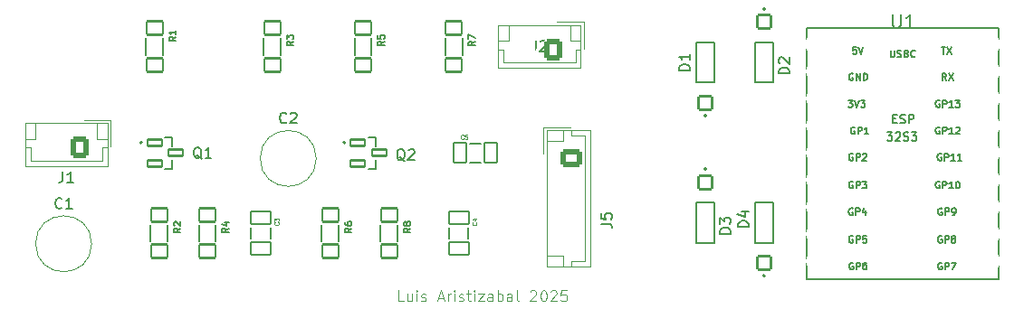
<source format=gto>
G04 #@! TF.GenerationSoftware,KiCad,Pcbnew,8.0.9*
G04 #@! TF.CreationDate,2025-05-02T01:54:32-05:00*
G04 #@! TF.ProjectId,GSR sensor,47535220-7365-46e7-936f-722e6b696361,rev?*
G04 #@! TF.SameCoordinates,Original*
G04 #@! TF.FileFunction,Legend,Top*
G04 #@! TF.FilePolarity,Positive*
%FSLAX46Y46*%
G04 Gerber Fmt 4.6, Leading zero omitted, Abs format (unit mm)*
G04 Created by KiCad (PCBNEW 8.0.9) date 2025-05-02 01:54:32*
%MOMM*%
%LPD*%
G01*
G04 APERTURE LIST*
G04 Aperture macros list*
%AMRoundRect*
0 Rectangle with rounded corners*
0 $1 Rounding radius*
0 $2 $3 $4 $5 $6 $7 $8 $9 X,Y pos of 4 corners*
0 Add a 4 corners polygon primitive as box body*
4,1,4,$2,$3,$4,$5,$6,$7,$8,$9,$2,$3,0*
0 Add four circle primitives for the rounded corners*
1,1,$1+$1,$2,$3*
1,1,$1+$1,$4,$5*
1,1,$1+$1,$6,$7*
1,1,$1+$1,$8,$9*
0 Add four rect primitives between the rounded corners*
20,1,$1+$1,$2,$3,$4,$5,0*
20,1,$1+$1,$4,$5,$6,$7,0*
20,1,$1+$1,$6,$7,$8,$9,0*
20,1,$1+$1,$8,$9,$2,$3,0*%
G04 Aperture macros list end*
%ADD10C,0.100000*%
%ADD11C,0.150000*%
%ADD12C,0.098425*%
%ADD13C,0.200000*%
%ADD14C,0.127000*%
%ADD15C,0.120000*%
%ADD16C,1.442000*%
%ADD17RoundRect,0.102000X0.619000X-0.619000X0.619000X0.619000X-0.619000X0.619000X-0.619000X-0.619000X0*%
%ADD18RoundRect,0.102000X-0.619000X0.619000X-0.619000X-0.619000X0.619000X-0.619000X0.619000X0.619000X0*%
%ADD19RoundRect,0.102000X-0.750000X0.625000X-0.750000X-0.625000X0.750000X-0.625000X0.750000X0.625000X0*%
%ADD20RoundRect,0.102000X-0.910000X0.605000X-0.910000X-0.605000X0.910000X-0.605000X0.910000X0.605000X0*%
%ADD21O,3.101600X1.621600*%
%ADD22C,1.200000*%
%ADD23RoundRect,0.250000X0.600000X0.750000X-0.600000X0.750000X-0.600000X-0.750000X0.600000X-0.750000X0*%
%ADD24O,1.700000X2.000000*%
%ADD25RoundRect,0.100500X-0.661500X-0.301500X0.661500X-0.301500X0.661500X0.301500X-0.661500X0.301500X0*%
%ADD26RoundRect,0.250000X-0.725000X0.600000X-0.725000X-0.600000X0.725000X-0.600000X0.725000X0.600000X0*%
%ADD27O,1.950000X1.700000*%
%ADD28RoundRect,0.102000X-0.605000X-0.910000X0.605000X-0.910000X0.605000X0.910000X-0.605000X0.910000X0*%
G04 APERTURE END LIST*
D10*
X120280074Y-70872419D02*
X119803884Y-70872419D01*
X119803884Y-70872419D02*
X119803884Y-69872419D01*
X121041979Y-70205752D02*
X121041979Y-70872419D01*
X120613408Y-70205752D02*
X120613408Y-70729561D01*
X120613408Y-70729561D02*
X120661027Y-70824800D01*
X120661027Y-70824800D02*
X120756265Y-70872419D01*
X120756265Y-70872419D02*
X120899122Y-70872419D01*
X120899122Y-70872419D02*
X120994360Y-70824800D01*
X120994360Y-70824800D02*
X121041979Y-70777180D01*
X121518170Y-70872419D02*
X121518170Y-70205752D01*
X121518170Y-69872419D02*
X121470551Y-69920038D01*
X121470551Y-69920038D02*
X121518170Y-69967657D01*
X121518170Y-69967657D02*
X121565789Y-69920038D01*
X121565789Y-69920038D02*
X121518170Y-69872419D01*
X121518170Y-69872419D02*
X121518170Y-69967657D01*
X121946741Y-70824800D02*
X122041979Y-70872419D01*
X122041979Y-70872419D02*
X122232455Y-70872419D01*
X122232455Y-70872419D02*
X122327693Y-70824800D01*
X122327693Y-70824800D02*
X122375312Y-70729561D01*
X122375312Y-70729561D02*
X122375312Y-70681942D01*
X122375312Y-70681942D02*
X122327693Y-70586704D01*
X122327693Y-70586704D02*
X122232455Y-70539085D01*
X122232455Y-70539085D02*
X122089598Y-70539085D01*
X122089598Y-70539085D02*
X121994360Y-70491466D01*
X121994360Y-70491466D02*
X121946741Y-70396228D01*
X121946741Y-70396228D02*
X121946741Y-70348609D01*
X121946741Y-70348609D02*
X121994360Y-70253371D01*
X121994360Y-70253371D02*
X122089598Y-70205752D01*
X122089598Y-70205752D02*
X122232455Y-70205752D01*
X122232455Y-70205752D02*
X122327693Y-70253371D01*
X123518170Y-70586704D02*
X123994360Y-70586704D01*
X123422932Y-70872419D02*
X123756265Y-69872419D01*
X123756265Y-69872419D02*
X124089598Y-70872419D01*
X124422932Y-70872419D02*
X124422932Y-70205752D01*
X124422932Y-70396228D02*
X124470551Y-70300990D01*
X124470551Y-70300990D02*
X124518170Y-70253371D01*
X124518170Y-70253371D02*
X124613408Y-70205752D01*
X124613408Y-70205752D02*
X124708646Y-70205752D01*
X125041980Y-70872419D02*
X125041980Y-70205752D01*
X125041980Y-69872419D02*
X124994361Y-69920038D01*
X124994361Y-69920038D02*
X125041980Y-69967657D01*
X125041980Y-69967657D02*
X125089599Y-69920038D01*
X125089599Y-69920038D02*
X125041980Y-69872419D01*
X125041980Y-69872419D02*
X125041980Y-69967657D01*
X125470551Y-70824800D02*
X125565789Y-70872419D01*
X125565789Y-70872419D02*
X125756265Y-70872419D01*
X125756265Y-70872419D02*
X125851503Y-70824800D01*
X125851503Y-70824800D02*
X125899122Y-70729561D01*
X125899122Y-70729561D02*
X125899122Y-70681942D01*
X125899122Y-70681942D02*
X125851503Y-70586704D01*
X125851503Y-70586704D02*
X125756265Y-70539085D01*
X125756265Y-70539085D02*
X125613408Y-70539085D01*
X125613408Y-70539085D02*
X125518170Y-70491466D01*
X125518170Y-70491466D02*
X125470551Y-70396228D01*
X125470551Y-70396228D02*
X125470551Y-70348609D01*
X125470551Y-70348609D02*
X125518170Y-70253371D01*
X125518170Y-70253371D02*
X125613408Y-70205752D01*
X125613408Y-70205752D02*
X125756265Y-70205752D01*
X125756265Y-70205752D02*
X125851503Y-70253371D01*
X126184837Y-70205752D02*
X126565789Y-70205752D01*
X126327694Y-69872419D02*
X126327694Y-70729561D01*
X126327694Y-70729561D02*
X126375313Y-70824800D01*
X126375313Y-70824800D02*
X126470551Y-70872419D01*
X126470551Y-70872419D02*
X126565789Y-70872419D01*
X126899123Y-70872419D02*
X126899123Y-70205752D01*
X126899123Y-69872419D02*
X126851504Y-69920038D01*
X126851504Y-69920038D02*
X126899123Y-69967657D01*
X126899123Y-69967657D02*
X126946742Y-69920038D01*
X126946742Y-69920038D02*
X126899123Y-69872419D01*
X126899123Y-69872419D02*
X126899123Y-69967657D01*
X127280075Y-70205752D02*
X127803884Y-70205752D01*
X127803884Y-70205752D02*
X127280075Y-70872419D01*
X127280075Y-70872419D02*
X127803884Y-70872419D01*
X128613408Y-70872419D02*
X128613408Y-70348609D01*
X128613408Y-70348609D02*
X128565789Y-70253371D01*
X128565789Y-70253371D02*
X128470551Y-70205752D01*
X128470551Y-70205752D02*
X128280075Y-70205752D01*
X128280075Y-70205752D02*
X128184837Y-70253371D01*
X128613408Y-70824800D02*
X128518170Y-70872419D01*
X128518170Y-70872419D02*
X128280075Y-70872419D01*
X128280075Y-70872419D02*
X128184837Y-70824800D01*
X128184837Y-70824800D02*
X128137218Y-70729561D01*
X128137218Y-70729561D02*
X128137218Y-70634323D01*
X128137218Y-70634323D02*
X128184837Y-70539085D01*
X128184837Y-70539085D02*
X128280075Y-70491466D01*
X128280075Y-70491466D02*
X128518170Y-70491466D01*
X128518170Y-70491466D02*
X128613408Y-70443847D01*
X129089599Y-70872419D02*
X129089599Y-69872419D01*
X129089599Y-70253371D02*
X129184837Y-70205752D01*
X129184837Y-70205752D02*
X129375313Y-70205752D01*
X129375313Y-70205752D02*
X129470551Y-70253371D01*
X129470551Y-70253371D02*
X129518170Y-70300990D01*
X129518170Y-70300990D02*
X129565789Y-70396228D01*
X129565789Y-70396228D02*
X129565789Y-70681942D01*
X129565789Y-70681942D02*
X129518170Y-70777180D01*
X129518170Y-70777180D02*
X129470551Y-70824800D01*
X129470551Y-70824800D02*
X129375313Y-70872419D01*
X129375313Y-70872419D02*
X129184837Y-70872419D01*
X129184837Y-70872419D02*
X129089599Y-70824800D01*
X130422932Y-70872419D02*
X130422932Y-70348609D01*
X130422932Y-70348609D02*
X130375313Y-70253371D01*
X130375313Y-70253371D02*
X130280075Y-70205752D01*
X130280075Y-70205752D02*
X130089599Y-70205752D01*
X130089599Y-70205752D02*
X129994361Y-70253371D01*
X130422932Y-70824800D02*
X130327694Y-70872419D01*
X130327694Y-70872419D02*
X130089599Y-70872419D01*
X130089599Y-70872419D02*
X129994361Y-70824800D01*
X129994361Y-70824800D02*
X129946742Y-70729561D01*
X129946742Y-70729561D02*
X129946742Y-70634323D01*
X129946742Y-70634323D02*
X129994361Y-70539085D01*
X129994361Y-70539085D02*
X130089599Y-70491466D01*
X130089599Y-70491466D02*
X130327694Y-70491466D01*
X130327694Y-70491466D02*
X130422932Y-70443847D01*
X131041980Y-70872419D02*
X130946742Y-70824800D01*
X130946742Y-70824800D02*
X130899123Y-70729561D01*
X130899123Y-70729561D02*
X130899123Y-69872419D01*
X132137219Y-69967657D02*
X132184838Y-69920038D01*
X132184838Y-69920038D02*
X132280076Y-69872419D01*
X132280076Y-69872419D02*
X132518171Y-69872419D01*
X132518171Y-69872419D02*
X132613409Y-69920038D01*
X132613409Y-69920038D02*
X132661028Y-69967657D01*
X132661028Y-69967657D02*
X132708647Y-70062895D01*
X132708647Y-70062895D02*
X132708647Y-70158133D01*
X132708647Y-70158133D02*
X132661028Y-70300990D01*
X132661028Y-70300990D02*
X132089600Y-70872419D01*
X132089600Y-70872419D02*
X132708647Y-70872419D01*
X133327695Y-69872419D02*
X133422933Y-69872419D01*
X133422933Y-69872419D02*
X133518171Y-69920038D01*
X133518171Y-69920038D02*
X133565790Y-69967657D01*
X133565790Y-69967657D02*
X133613409Y-70062895D01*
X133613409Y-70062895D02*
X133661028Y-70253371D01*
X133661028Y-70253371D02*
X133661028Y-70491466D01*
X133661028Y-70491466D02*
X133613409Y-70681942D01*
X133613409Y-70681942D02*
X133565790Y-70777180D01*
X133565790Y-70777180D02*
X133518171Y-70824800D01*
X133518171Y-70824800D02*
X133422933Y-70872419D01*
X133422933Y-70872419D02*
X133327695Y-70872419D01*
X133327695Y-70872419D02*
X133232457Y-70824800D01*
X133232457Y-70824800D02*
X133184838Y-70777180D01*
X133184838Y-70777180D02*
X133137219Y-70681942D01*
X133137219Y-70681942D02*
X133089600Y-70491466D01*
X133089600Y-70491466D02*
X133089600Y-70253371D01*
X133089600Y-70253371D02*
X133137219Y-70062895D01*
X133137219Y-70062895D02*
X133184838Y-69967657D01*
X133184838Y-69967657D02*
X133232457Y-69920038D01*
X133232457Y-69920038D02*
X133327695Y-69872419D01*
X134041981Y-69967657D02*
X134089600Y-69920038D01*
X134089600Y-69920038D02*
X134184838Y-69872419D01*
X134184838Y-69872419D02*
X134422933Y-69872419D01*
X134422933Y-69872419D02*
X134518171Y-69920038D01*
X134518171Y-69920038D02*
X134565790Y-69967657D01*
X134565790Y-69967657D02*
X134613409Y-70062895D01*
X134613409Y-70062895D02*
X134613409Y-70158133D01*
X134613409Y-70158133D02*
X134565790Y-70300990D01*
X134565790Y-70300990D02*
X133994362Y-70872419D01*
X133994362Y-70872419D02*
X134613409Y-70872419D01*
X135518171Y-69872419D02*
X135041981Y-69872419D01*
X135041981Y-69872419D02*
X134994362Y-70348609D01*
X134994362Y-70348609D02*
X135041981Y-70300990D01*
X135041981Y-70300990D02*
X135137219Y-70253371D01*
X135137219Y-70253371D02*
X135375314Y-70253371D01*
X135375314Y-70253371D02*
X135470552Y-70300990D01*
X135470552Y-70300990D02*
X135518171Y-70348609D01*
X135518171Y-70348609D02*
X135565790Y-70443847D01*
X135565790Y-70443847D02*
X135565790Y-70681942D01*
X135565790Y-70681942D02*
X135518171Y-70777180D01*
X135518171Y-70777180D02*
X135470552Y-70824800D01*
X135470552Y-70824800D02*
X135375314Y-70872419D01*
X135375314Y-70872419D02*
X135137219Y-70872419D01*
X135137219Y-70872419D02*
X135041981Y-70824800D01*
X135041981Y-70824800D02*
X134994362Y-70777180D01*
D11*
X152549819Y-63920594D02*
X151549819Y-63920594D01*
X151549819Y-63920594D02*
X151549819Y-63682499D01*
X151549819Y-63682499D02*
X151597438Y-63539642D01*
X151597438Y-63539642D02*
X151692676Y-63444404D01*
X151692676Y-63444404D02*
X151787914Y-63396785D01*
X151787914Y-63396785D02*
X151978390Y-63349166D01*
X151978390Y-63349166D02*
X152121247Y-63349166D01*
X152121247Y-63349166D02*
X152311723Y-63396785D01*
X152311723Y-63396785D02*
X152406961Y-63444404D01*
X152406961Y-63444404D02*
X152502200Y-63539642D01*
X152502200Y-63539642D02*
X152549819Y-63682499D01*
X152549819Y-63682499D02*
X152549819Y-63920594D01*
X151883152Y-62492023D02*
X152549819Y-62492023D01*
X151502200Y-62730118D02*
X152216485Y-62968213D01*
X152216485Y-62968213D02*
X152216485Y-62349166D01*
X150859819Y-64555594D02*
X149859819Y-64555594D01*
X149859819Y-64555594D02*
X149859819Y-64317499D01*
X149859819Y-64317499D02*
X149907438Y-64174642D01*
X149907438Y-64174642D02*
X150002676Y-64079404D01*
X150002676Y-64079404D02*
X150097914Y-64031785D01*
X150097914Y-64031785D02*
X150288390Y-63984166D01*
X150288390Y-63984166D02*
X150431247Y-63984166D01*
X150431247Y-63984166D02*
X150621723Y-64031785D01*
X150621723Y-64031785D02*
X150716961Y-64079404D01*
X150716961Y-64079404D02*
X150812200Y-64174642D01*
X150812200Y-64174642D02*
X150859819Y-64317499D01*
X150859819Y-64317499D02*
X150859819Y-64555594D01*
X149859819Y-63650832D02*
X149859819Y-63031785D01*
X149859819Y-63031785D02*
X150240771Y-63365118D01*
X150240771Y-63365118D02*
X150240771Y-63222261D01*
X150240771Y-63222261D02*
X150288390Y-63127023D01*
X150288390Y-63127023D02*
X150336009Y-63079404D01*
X150336009Y-63079404D02*
X150431247Y-63031785D01*
X150431247Y-63031785D02*
X150669342Y-63031785D01*
X150669342Y-63031785D02*
X150764580Y-63079404D01*
X150764580Y-63079404D02*
X150812200Y-63127023D01*
X150812200Y-63127023D02*
X150859819Y-63222261D01*
X150859819Y-63222261D02*
X150859819Y-63507975D01*
X150859819Y-63507975D02*
X150812200Y-63603213D01*
X150812200Y-63603213D02*
X150764580Y-63650832D01*
X156359819Y-49555594D02*
X155359819Y-49555594D01*
X155359819Y-49555594D02*
X155359819Y-49317499D01*
X155359819Y-49317499D02*
X155407438Y-49174642D01*
X155407438Y-49174642D02*
X155502676Y-49079404D01*
X155502676Y-49079404D02*
X155597914Y-49031785D01*
X155597914Y-49031785D02*
X155788390Y-48984166D01*
X155788390Y-48984166D02*
X155931247Y-48984166D01*
X155931247Y-48984166D02*
X156121723Y-49031785D01*
X156121723Y-49031785D02*
X156216961Y-49079404D01*
X156216961Y-49079404D02*
X156312200Y-49174642D01*
X156312200Y-49174642D02*
X156359819Y-49317499D01*
X156359819Y-49317499D02*
X156359819Y-49555594D01*
X155455057Y-48603213D02*
X155407438Y-48555594D01*
X155407438Y-48555594D02*
X155359819Y-48460356D01*
X155359819Y-48460356D02*
X155359819Y-48222261D01*
X155359819Y-48222261D02*
X155407438Y-48127023D01*
X155407438Y-48127023D02*
X155455057Y-48079404D01*
X155455057Y-48079404D02*
X155550295Y-48031785D01*
X155550295Y-48031785D02*
X155645533Y-48031785D01*
X155645533Y-48031785D02*
X155788390Y-48079404D01*
X155788390Y-48079404D02*
X156359819Y-48650832D01*
X156359819Y-48650832D02*
X156359819Y-48031785D01*
X147049819Y-49238094D02*
X146049819Y-49238094D01*
X146049819Y-49238094D02*
X146049819Y-48999999D01*
X146049819Y-48999999D02*
X146097438Y-48857142D01*
X146097438Y-48857142D02*
X146192676Y-48761904D01*
X146192676Y-48761904D02*
X146287914Y-48714285D01*
X146287914Y-48714285D02*
X146478390Y-48666666D01*
X146478390Y-48666666D02*
X146621247Y-48666666D01*
X146621247Y-48666666D02*
X146811723Y-48714285D01*
X146811723Y-48714285D02*
X146906961Y-48761904D01*
X146906961Y-48761904D02*
X147002200Y-48857142D01*
X147002200Y-48857142D02*
X147049819Y-48999999D01*
X147049819Y-48999999D02*
X147049819Y-49238094D01*
X147049819Y-47714285D02*
X147049819Y-48285713D01*
X147049819Y-47999999D02*
X146049819Y-47999999D01*
X146049819Y-47999999D02*
X146192676Y-48095237D01*
X146192676Y-48095237D02*
X146287914Y-48190475D01*
X146287914Y-48190475D02*
X146335533Y-48285713D01*
X120932676Y-64038666D02*
X120627914Y-64252000D01*
X120932676Y-64404381D02*
X120292676Y-64404381D01*
X120292676Y-64404381D02*
X120292676Y-64160571D01*
X120292676Y-64160571D02*
X120323152Y-64099619D01*
X120323152Y-64099619D02*
X120353628Y-64069142D01*
X120353628Y-64069142D02*
X120414580Y-64038666D01*
X120414580Y-64038666D02*
X120506009Y-64038666D01*
X120506009Y-64038666D02*
X120566961Y-64069142D01*
X120566961Y-64069142D02*
X120597438Y-64099619D01*
X120597438Y-64099619D02*
X120627914Y-64160571D01*
X120627914Y-64160571D02*
X120627914Y-64404381D01*
X120566961Y-63672952D02*
X120536485Y-63733904D01*
X120536485Y-63733904D02*
X120506009Y-63764381D01*
X120506009Y-63764381D02*
X120445057Y-63794857D01*
X120445057Y-63794857D02*
X120414580Y-63794857D01*
X120414580Y-63794857D02*
X120353628Y-63764381D01*
X120353628Y-63764381D02*
X120323152Y-63733904D01*
X120323152Y-63733904D02*
X120292676Y-63672952D01*
X120292676Y-63672952D02*
X120292676Y-63551047D01*
X120292676Y-63551047D02*
X120323152Y-63490095D01*
X120323152Y-63490095D02*
X120353628Y-63459619D01*
X120353628Y-63459619D02*
X120414580Y-63429142D01*
X120414580Y-63429142D02*
X120445057Y-63429142D01*
X120445057Y-63429142D02*
X120506009Y-63459619D01*
X120506009Y-63459619D02*
X120536485Y-63490095D01*
X120536485Y-63490095D02*
X120566961Y-63551047D01*
X120566961Y-63551047D02*
X120566961Y-63672952D01*
X120566961Y-63672952D02*
X120597438Y-63733904D01*
X120597438Y-63733904D02*
X120627914Y-63764381D01*
X120627914Y-63764381D02*
X120688866Y-63794857D01*
X120688866Y-63794857D02*
X120810771Y-63794857D01*
X120810771Y-63794857D02*
X120871723Y-63764381D01*
X120871723Y-63764381D02*
X120902200Y-63733904D01*
X120902200Y-63733904D02*
X120932676Y-63672952D01*
X120932676Y-63672952D02*
X120932676Y-63551047D01*
X120932676Y-63551047D02*
X120902200Y-63490095D01*
X120902200Y-63490095D02*
X120871723Y-63459619D01*
X120871723Y-63459619D02*
X120810771Y-63429142D01*
X120810771Y-63429142D02*
X120688866Y-63429142D01*
X120688866Y-63429142D02*
X120627914Y-63459619D01*
X120627914Y-63459619D02*
X120597438Y-63490095D01*
X120597438Y-63490095D02*
X120566961Y-63551047D01*
D12*
X127077519Y-63505616D02*
X127096267Y-63524364D01*
X127096267Y-63524364D02*
X127115014Y-63580607D01*
X127115014Y-63580607D02*
X127115014Y-63618102D01*
X127115014Y-63618102D02*
X127096267Y-63674345D01*
X127096267Y-63674345D02*
X127058771Y-63711841D01*
X127058771Y-63711841D02*
X127021276Y-63730588D01*
X127021276Y-63730588D02*
X126946285Y-63749336D01*
X126946285Y-63749336D02*
X126890042Y-63749336D01*
X126890042Y-63749336D02*
X126815052Y-63730588D01*
X126815052Y-63730588D02*
X126777556Y-63711841D01*
X126777556Y-63711841D02*
X126740061Y-63674345D01*
X126740061Y-63674345D02*
X126721313Y-63618102D01*
X126721313Y-63618102D02*
X126721313Y-63580607D01*
X126721313Y-63580607D02*
X126740061Y-63524364D01*
X126740061Y-63524364D02*
X126758809Y-63505616D01*
X126852547Y-63168158D02*
X127115014Y-63168158D01*
X126702566Y-63261897D02*
X126983781Y-63355635D01*
X126983781Y-63355635D02*
X126983781Y-63111915D01*
D11*
X118494676Y-46538666D02*
X118189914Y-46752000D01*
X118494676Y-46904381D02*
X117854676Y-46904381D01*
X117854676Y-46904381D02*
X117854676Y-46660571D01*
X117854676Y-46660571D02*
X117885152Y-46599619D01*
X117885152Y-46599619D02*
X117915628Y-46569142D01*
X117915628Y-46569142D02*
X117976580Y-46538666D01*
X117976580Y-46538666D02*
X118068009Y-46538666D01*
X118068009Y-46538666D02*
X118128961Y-46569142D01*
X118128961Y-46569142D02*
X118159438Y-46599619D01*
X118159438Y-46599619D02*
X118189914Y-46660571D01*
X118189914Y-46660571D02*
X118189914Y-46904381D01*
X117854676Y-45959619D02*
X117854676Y-46264381D01*
X117854676Y-46264381D02*
X118159438Y-46294857D01*
X118159438Y-46294857D02*
X118128961Y-46264381D01*
X118128961Y-46264381D02*
X118098485Y-46203428D01*
X118098485Y-46203428D02*
X118098485Y-46051047D01*
X118098485Y-46051047D02*
X118128961Y-45990095D01*
X118128961Y-45990095D02*
X118159438Y-45959619D01*
X118159438Y-45959619D02*
X118220390Y-45929142D01*
X118220390Y-45929142D02*
X118372771Y-45929142D01*
X118372771Y-45929142D02*
X118433723Y-45959619D01*
X118433723Y-45959619D02*
X118464200Y-45990095D01*
X118464200Y-45990095D02*
X118494676Y-46051047D01*
X118494676Y-46051047D02*
X118494676Y-46203428D01*
X118494676Y-46203428D02*
X118464200Y-46264381D01*
X118464200Y-46264381D02*
X118433723Y-46294857D01*
X99432676Y-64038666D02*
X99127914Y-64252000D01*
X99432676Y-64404381D02*
X98792676Y-64404381D01*
X98792676Y-64404381D02*
X98792676Y-64160571D01*
X98792676Y-64160571D02*
X98823152Y-64099619D01*
X98823152Y-64099619D02*
X98853628Y-64069142D01*
X98853628Y-64069142D02*
X98914580Y-64038666D01*
X98914580Y-64038666D02*
X99006009Y-64038666D01*
X99006009Y-64038666D02*
X99066961Y-64069142D01*
X99066961Y-64069142D02*
X99097438Y-64099619D01*
X99097438Y-64099619D02*
X99127914Y-64160571D01*
X99127914Y-64160571D02*
X99127914Y-64404381D01*
X98853628Y-63794857D02*
X98823152Y-63764381D01*
X98823152Y-63764381D02*
X98792676Y-63703428D01*
X98792676Y-63703428D02*
X98792676Y-63551047D01*
X98792676Y-63551047D02*
X98823152Y-63490095D01*
X98823152Y-63490095D02*
X98853628Y-63459619D01*
X98853628Y-63459619D02*
X98914580Y-63429142D01*
X98914580Y-63429142D02*
X98975533Y-63429142D01*
X98975533Y-63429142D02*
X99066961Y-63459619D01*
X99066961Y-63459619D02*
X99432676Y-63825333D01*
X99432676Y-63825333D02*
X99432676Y-63429142D01*
X98994676Y-46106666D02*
X98689914Y-46320000D01*
X98994676Y-46472381D02*
X98354676Y-46472381D01*
X98354676Y-46472381D02*
X98354676Y-46228571D01*
X98354676Y-46228571D02*
X98385152Y-46167619D01*
X98385152Y-46167619D02*
X98415628Y-46137142D01*
X98415628Y-46137142D02*
X98476580Y-46106666D01*
X98476580Y-46106666D02*
X98568009Y-46106666D01*
X98568009Y-46106666D02*
X98628961Y-46137142D01*
X98628961Y-46137142D02*
X98659438Y-46167619D01*
X98659438Y-46167619D02*
X98689914Y-46228571D01*
X98689914Y-46228571D02*
X98689914Y-46472381D01*
X98994676Y-45497142D02*
X98994676Y-45862857D01*
X98994676Y-45680000D02*
X98354676Y-45680000D01*
X98354676Y-45680000D02*
X98446104Y-45740952D01*
X98446104Y-45740952D02*
X98507057Y-45801904D01*
X98507057Y-45801904D02*
X98537533Y-45862857D01*
D12*
X108577519Y-63505616D02*
X108596267Y-63524364D01*
X108596267Y-63524364D02*
X108615014Y-63580607D01*
X108615014Y-63580607D02*
X108615014Y-63618102D01*
X108615014Y-63618102D02*
X108596267Y-63674345D01*
X108596267Y-63674345D02*
X108558771Y-63711841D01*
X108558771Y-63711841D02*
X108521276Y-63730588D01*
X108521276Y-63730588D02*
X108446285Y-63749336D01*
X108446285Y-63749336D02*
X108390042Y-63749336D01*
X108390042Y-63749336D02*
X108315052Y-63730588D01*
X108315052Y-63730588D02*
X108277556Y-63711841D01*
X108277556Y-63711841D02*
X108240061Y-63674345D01*
X108240061Y-63674345D02*
X108221313Y-63618102D01*
X108221313Y-63618102D02*
X108221313Y-63580607D01*
X108221313Y-63580607D02*
X108240061Y-63524364D01*
X108240061Y-63524364D02*
X108258809Y-63505616D01*
X108221313Y-63374383D02*
X108221313Y-63130663D01*
X108221313Y-63130663D02*
X108371295Y-63261897D01*
X108371295Y-63261897D02*
X108371295Y-63205654D01*
X108371295Y-63205654D02*
X108390042Y-63168158D01*
X108390042Y-63168158D02*
X108408790Y-63149411D01*
X108408790Y-63149411D02*
X108446285Y-63130663D01*
X108446285Y-63130663D02*
X108540024Y-63130663D01*
X108540024Y-63130663D02*
X108577519Y-63149411D01*
X108577519Y-63149411D02*
X108596267Y-63168158D01*
X108596267Y-63168158D02*
X108615014Y-63205654D01*
X108615014Y-63205654D02*
X108615014Y-63318140D01*
X108615014Y-63318140D02*
X108596267Y-63355635D01*
X108596267Y-63355635D02*
X108577519Y-63374383D01*
D11*
X166025980Y-44004626D02*
X166025980Y-45032721D01*
X166025980Y-45032721D02*
X166086457Y-45153673D01*
X166086457Y-45153673D02*
X166146933Y-45214150D01*
X166146933Y-45214150D02*
X166267885Y-45274626D01*
X166267885Y-45274626D02*
X166509790Y-45274626D01*
X166509790Y-45274626D02*
X166630742Y-45214150D01*
X166630742Y-45214150D02*
X166691219Y-45153673D01*
X166691219Y-45153673D02*
X166751695Y-45032721D01*
X166751695Y-45032721D02*
X166751695Y-44004626D01*
X168021695Y-45274626D02*
X167295980Y-45274626D01*
X167658837Y-45274626D02*
X167658837Y-44004626D01*
X167658837Y-44004626D02*
X167537885Y-44186054D01*
X167537885Y-44186054D02*
X167416933Y-44307007D01*
X167416933Y-44307007D02*
X167295980Y-44367483D01*
X170405003Y-54592952D02*
X170344050Y-54562476D01*
X170344050Y-54562476D02*
X170252622Y-54562476D01*
X170252622Y-54562476D02*
X170161193Y-54592952D01*
X170161193Y-54592952D02*
X170100241Y-54653904D01*
X170100241Y-54653904D02*
X170069764Y-54714857D01*
X170069764Y-54714857D02*
X170039288Y-54836761D01*
X170039288Y-54836761D02*
X170039288Y-54928190D01*
X170039288Y-54928190D02*
X170069764Y-55050095D01*
X170069764Y-55050095D02*
X170100241Y-55111047D01*
X170100241Y-55111047D02*
X170161193Y-55172000D01*
X170161193Y-55172000D02*
X170252622Y-55202476D01*
X170252622Y-55202476D02*
X170313574Y-55202476D01*
X170313574Y-55202476D02*
X170405003Y-55172000D01*
X170405003Y-55172000D02*
X170435479Y-55141523D01*
X170435479Y-55141523D02*
X170435479Y-54928190D01*
X170435479Y-54928190D02*
X170313574Y-54928190D01*
X170709764Y-55202476D02*
X170709764Y-54562476D01*
X170709764Y-54562476D02*
X170953574Y-54562476D01*
X170953574Y-54562476D02*
X171014526Y-54592952D01*
X171014526Y-54592952D02*
X171045003Y-54623428D01*
X171045003Y-54623428D02*
X171075479Y-54684380D01*
X171075479Y-54684380D02*
X171075479Y-54775809D01*
X171075479Y-54775809D02*
X171045003Y-54836761D01*
X171045003Y-54836761D02*
X171014526Y-54867238D01*
X171014526Y-54867238D02*
X170953574Y-54897714D01*
X170953574Y-54897714D02*
X170709764Y-54897714D01*
X171685003Y-55202476D02*
X171319288Y-55202476D01*
X171502145Y-55202476D02*
X171502145Y-54562476D01*
X171502145Y-54562476D02*
X171441193Y-54653904D01*
X171441193Y-54653904D02*
X171380241Y-54714857D01*
X171380241Y-54714857D02*
X171319288Y-54745333D01*
X171928812Y-54623428D02*
X171959288Y-54592952D01*
X171959288Y-54592952D02*
X172020241Y-54562476D01*
X172020241Y-54562476D02*
X172172622Y-54562476D01*
X172172622Y-54562476D02*
X172233574Y-54592952D01*
X172233574Y-54592952D02*
X172264050Y-54623428D01*
X172264050Y-54623428D02*
X172294527Y-54684380D01*
X172294527Y-54684380D02*
X172294527Y-54745333D01*
X172294527Y-54745333D02*
X172264050Y-54836761D01*
X172264050Y-54836761D02*
X171898336Y-55202476D01*
X171898336Y-55202476D02*
X172294527Y-55202476D01*
D13*
X166058254Y-53788447D02*
X166324920Y-53788447D01*
X166439206Y-54207495D02*
X166058254Y-54207495D01*
X166058254Y-54207495D02*
X166058254Y-53407495D01*
X166058254Y-53407495D02*
X166439206Y-53407495D01*
X166743968Y-54169400D02*
X166858254Y-54207495D01*
X166858254Y-54207495D02*
X167048730Y-54207495D01*
X167048730Y-54207495D02*
X167124921Y-54169400D01*
X167124921Y-54169400D02*
X167163016Y-54131304D01*
X167163016Y-54131304D02*
X167201111Y-54055114D01*
X167201111Y-54055114D02*
X167201111Y-53978923D01*
X167201111Y-53978923D02*
X167163016Y-53902733D01*
X167163016Y-53902733D02*
X167124921Y-53864638D01*
X167124921Y-53864638D02*
X167048730Y-53826542D01*
X167048730Y-53826542D02*
X166896349Y-53788447D01*
X166896349Y-53788447D02*
X166820159Y-53750352D01*
X166820159Y-53750352D02*
X166782064Y-53712257D01*
X166782064Y-53712257D02*
X166743968Y-53636066D01*
X166743968Y-53636066D02*
X166743968Y-53559876D01*
X166743968Y-53559876D02*
X166782064Y-53483685D01*
X166782064Y-53483685D02*
X166820159Y-53445590D01*
X166820159Y-53445590D02*
X166896349Y-53407495D01*
X166896349Y-53407495D02*
X167086826Y-53407495D01*
X167086826Y-53407495D02*
X167201111Y-53445590D01*
X167543969Y-54207495D02*
X167543969Y-53407495D01*
X167543969Y-53407495D02*
X167848731Y-53407495D01*
X167848731Y-53407495D02*
X167924921Y-53445590D01*
X167924921Y-53445590D02*
X167963016Y-53483685D01*
X167963016Y-53483685D02*
X168001112Y-53559876D01*
X168001112Y-53559876D02*
X168001112Y-53674161D01*
X168001112Y-53674161D02*
X167963016Y-53750352D01*
X167963016Y-53750352D02*
X167924921Y-53788447D01*
X167924921Y-53788447D02*
X167848731Y-53826542D01*
X167848731Y-53826542D02*
X167543969Y-53826542D01*
D11*
X162306803Y-64793052D02*
X162245850Y-64762576D01*
X162245850Y-64762576D02*
X162154422Y-64762576D01*
X162154422Y-64762576D02*
X162062993Y-64793052D01*
X162062993Y-64793052D02*
X162002041Y-64854004D01*
X162002041Y-64854004D02*
X161971564Y-64914957D01*
X161971564Y-64914957D02*
X161941088Y-65036861D01*
X161941088Y-65036861D02*
X161941088Y-65128290D01*
X161941088Y-65128290D02*
X161971564Y-65250195D01*
X161971564Y-65250195D02*
X162002041Y-65311147D01*
X162002041Y-65311147D02*
X162062993Y-65372100D01*
X162062993Y-65372100D02*
X162154422Y-65402576D01*
X162154422Y-65402576D02*
X162215374Y-65402576D01*
X162215374Y-65402576D02*
X162306803Y-65372100D01*
X162306803Y-65372100D02*
X162337279Y-65341623D01*
X162337279Y-65341623D02*
X162337279Y-65128290D01*
X162337279Y-65128290D02*
X162215374Y-65128290D01*
X162611564Y-65402576D02*
X162611564Y-64762576D01*
X162611564Y-64762576D02*
X162855374Y-64762576D01*
X162855374Y-64762576D02*
X162916326Y-64793052D01*
X162916326Y-64793052D02*
X162946803Y-64823528D01*
X162946803Y-64823528D02*
X162977279Y-64884480D01*
X162977279Y-64884480D02*
X162977279Y-64975909D01*
X162977279Y-64975909D02*
X162946803Y-65036861D01*
X162946803Y-65036861D02*
X162916326Y-65067338D01*
X162916326Y-65067338D02*
X162855374Y-65097814D01*
X162855374Y-65097814D02*
X162611564Y-65097814D01*
X163556326Y-64762576D02*
X163251564Y-64762576D01*
X163251564Y-64762576D02*
X163221088Y-65067338D01*
X163221088Y-65067338D02*
X163251564Y-65036861D01*
X163251564Y-65036861D02*
X163312517Y-65006385D01*
X163312517Y-65006385D02*
X163464898Y-65006385D01*
X163464898Y-65006385D02*
X163525850Y-65036861D01*
X163525850Y-65036861D02*
X163556326Y-65067338D01*
X163556326Y-65067338D02*
X163586803Y-65128290D01*
X163586803Y-65128290D02*
X163586803Y-65280671D01*
X163586803Y-65280671D02*
X163556326Y-65341623D01*
X163556326Y-65341623D02*
X163525850Y-65372100D01*
X163525850Y-65372100D02*
X163464898Y-65402576D01*
X163464898Y-65402576D02*
X163312517Y-65402576D01*
X163312517Y-65402576D02*
X163251564Y-65372100D01*
X163251564Y-65372100D02*
X163221088Y-65341623D01*
D13*
X165492063Y-55057495D02*
X165987301Y-55057495D01*
X165987301Y-55057495D02*
X165720635Y-55362257D01*
X165720635Y-55362257D02*
X165834920Y-55362257D01*
X165834920Y-55362257D02*
X165911111Y-55400352D01*
X165911111Y-55400352D02*
X165949206Y-55438447D01*
X165949206Y-55438447D02*
X165987301Y-55514638D01*
X165987301Y-55514638D02*
X165987301Y-55705114D01*
X165987301Y-55705114D02*
X165949206Y-55781304D01*
X165949206Y-55781304D02*
X165911111Y-55819400D01*
X165911111Y-55819400D02*
X165834920Y-55857495D01*
X165834920Y-55857495D02*
X165606349Y-55857495D01*
X165606349Y-55857495D02*
X165530158Y-55819400D01*
X165530158Y-55819400D02*
X165492063Y-55781304D01*
X166292063Y-55133685D02*
X166330159Y-55095590D01*
X166330159Y-55095590D02*
X166406349Y-55057495D01*
X166406349Y-55057495D02*
X166596825Y-55057495D01*
X166596825Y-55057495D02*
X166673016Y-55095590D01*
X166673016Y-55095590D02*
X166711111Y-55133685D01*
X166711111Y-55133685D02*
X166749206Y-55209876D01*
X166749206Y-55209876D02*
X166749206Y-55286066D01*
X166749206Y-55286066D02*
X166711111Y-55400352D01*
X166711111Y-55400352D02*
X166253968Y-55857495D01*
X166253968Y-55857495D02*
X166749206Y-55857495D01*
X167053968Y-55819400D02*
X167168254Y-55857495D01*
X167168254Y-55857495D02*
X167358730Y-55857495D01*
X167358730Y-55857495D02*
X167434921Y-55819400D01*
X167434921Y-55819400D02*
X167473016Y-55781304D01*
X167473016Y-55781304D02*
X167511111Y-55705114D01*
X167511111Y-55705114D02*
X167511111Y-55628923D01*
X167511111Y-55628923D02*
X167473016Y-55552733D01*
X167473016Y-55552733D02*
X167434921Y-55514638D01*
X167434921Y-55514638D02*
X167358730Y-55476542D01*
X167358730Y-55476542D02*
X167206349Y-55438447D01*
X167206349Y-55438447D02*
X167130159Y-55400352D01*
X167130159Y-55400352D02*
X167092064Y-55362257D01*
X167092064Y-55362257D02*
X167053968Y-55286066D01*
X167053968Y-55286066D02*
X167053968Y-55209876D01*
X167053968Y-55209876D02*
X167092064Y-55133685D01*
X167092064Y-55133685D02*
X167130159Y-55095590D01*
X167130159Y-55095590D02*
X167206349Y-55057495D01*
X167206349Y-55057495D02*
X167396826Y-55057495D01*
X167396826Y-55057495D02*
X167511111Y-55095590D01*
X167777778Y-55057495D02*
X168273016Y-55057495D01*
X168273016Y-55057495D02*
X168006350Y-55362257D01*
X168006350Y-55362257D02*
X168120635Y-55362257D01*
X168120635Y-55362257D02*
X168196826Y-55400352D01*
X168196826Y-55400352D02*
X168234921Y-55438447D01*
X168234921Y-55438447D02*
X168273016Y-55514638D01*
X168273016Y-55514638D02*
X168273016Y-55705114D01*
X168273016Y-55705114D02*
X168234921Y-55781304D01*
X168234921Y-55781304D02*
X168196826Y-55819400D01*
X168196826Y-55819400D02*
X168120635Y-55857495D01*
X168120635Y-55857495D02*
X167892064Y-55857495D01*
X167892064Y-55857495D02*
X167815873Y-55819400D01*
X167815873Y-55819400D02*
X167777778Y-55781304D01*
D11*
X162288703Y-62193152D02*
X162227750Y-62162676D01*
X162227750Y-62162676D02*
X162136322Y-62162676D01*
X162136322Y-62162676D02*
X162044893Y-62193152D01*
X162044893Y-62193152D02*
X161983941Y-62254104D01*
X161983941Y-62254104D02*
X161953464Y-62315057D01*
X161953464Y-62315057D02*
X161922988Y-62436961D01*
X161922988Y-62436961D02*
X161922988Y-62528390D01*
X161922988Y-62528390D02*
X161953464Y-62650295D01*
X161953464Y-62650295D02*
X161983941Y-62711247D01*
X161983941Y-62711247D02*
X162044893Y-62772200D01*
X162044893Y-62772200D02*
X162136322Y-62802676D01*
X162136322Y-62802676D02*
X162197274Y-62802676D01*
X162197274Y-62802676D02*
X162288703Y-62772200D01*
X162288703Y-62772200D02*
X162319179Y-62741723D01*
X162319179Y-62741723D02*
X162319179Y-62528390D01*
X162319179Y-62528390D02*
X162197274Y-62528390D01*
X162593464Y-62802676D02*
X162593464Y-62162676D01*
X162593464Y-62162676D02*
X162837274Y-62162676D01*
X162837274Y-62162676D02*
X162898226Y-62193152D01*
X162898226Y-62193152D02*
X162928703Y-62223628D01*
X162928703Y-62223628D02*
X162959179Y-62284580D01*
X162959179Y-62284580D02*
X162959179Y-62376009D01*
X162959179Y-62376009D02*
X162928703Y-62436961D01*
X162928703Y-62436961D02*
X162898226Y-62467438D01*
X162898226Y-62467438D02*
X162837274Y-62497914D01*
X162837274Y-62497914D02*
X162593464Y-62497914D01*
X163507750Y-62376009D02*
X163507750Y-62802676D01*
X163355369Y-62132200D02*
X163202988Y-62589342D01*
X163202988Y-62589342D02*
X163599179Y-62589342D01*
X162325303Y-67292952D02*
X162264350Y-67262476D01*
X162264350Y-67262476D02*
X162172922Y-67262476D01*
X162172922Y-67262476D02*
X162081493Y-67292952D01*
X162081493Y-67292952D02*
X162020541Y-67353904D01*
X162020541Y-67353904D02*
X161990064Y-67414857D01*
X161990064Y-67414857D02*
X161959588Y-67536761D01*
X161959588Y-67536761D02*
X161959588Y-67628190D01*
X161959588Y-67628190D02*
X161990064Y-67750095D01*
X161990064Y-67750095D02*
X162020541Y-67811047D01*
X162020541Y-67811047D02*
X162081493Y-67872000D01*
X162081493Y-67872000D02*
X162172922Y-67902476D01*
X162172922Y-67902476D02*
X162233874Y-67902476D01*
X162233874Y-67902476D02*
X162325303Y-67872000D01*
X162325303Y-67872000D02*
X162355779Y-67841523D01*
X162355779Y-67841523D02*
X162355779Y-67628190D01*
X162355779Y-67628190D02*
X162233874Y-67628190D01*
X162630064Y-67902476D02*
X162630064Y-67262476D01*
X162630064Y-67262476D02*
X162873874Y-67262476D01*
X162873874Y-67262476D02*
X162934826Y-67292952D01*
X162934826Y-67292952D02*
X162965303Y-67323428D01*
X162965303Y-67323428D02*
X162995779Y-67384380D01*
X162995779Y-67384380D02*
X162995779Y-67475809D01*
X162995779Y-67475809D02*
X162965303Y-67536761D01*
X162965303Y-67536761D02*
X162934826Y-67567238D01*
X162934826Y-67567238D02*
X162873874Y-67597714D01*
X162873874Y-67597714D02*
X162630064Y-67597714D01*
X163544350Y-67262476D02*
X163422445Y-67262476D01*
X163422445Y-67262476D02*
X163361493Y-67292952D01*
X163361493Y-67292952D02*
X163331017Y-67323428D01*
X163331017Y-67323428D02*
X163270064Y-67414857D01*
X163270064Y-67414857D02*
X163239588Y-67536761D01*
X163239588Y-67536761D02*
X163239588Y-67780571D01*
X163239588Y-67780571D02*
X163270064Y-67841523D01*
X163270064Y-67841523D02*
X163300541Y-67872000D01*
X163300541Y-67872000D02*
X163361493Y-67902476D01*
X163361493Y-67902476D02*
X163483398Y-67902476D01*
X163483398Y-67902476D02*
X163544350Y-67872000D01*
X163544350Y-67872000D02*
X163574826Y-67841523D01*
X163574826Y-67841523D02*
X163605303Y-67780571D01*
X163605303Y-67780571D02*
X163605303Y-67628190D01*
X163605303Y-67628190D02*
X163574826Y-67567238D01*
X163574826Y-67567238D02*
X163544350Y-67536761D01*
X163544350Y-67536761D02*
X163483398Y-67506285D01*
X163483398Y-67506285D02*
X163361493Y-67506285D01*
X163361493Y-67506285D02*
X163300541Y-67536761D01*
X163300541Y-67536761D02*
X163270064Y-67567238D01*
X163270064Y-67567238D02*
X163239588Y-67628190D01*
X170616103Y-67292952D02*
X170555150Y-67262476D01*
X170555150Y-67262476D02*
X170463722Y-67262476D01*
X170463722Y-67262476D02*
X170372293Y-67292952D01*
X170372293Y-67292952D02*
X170311341Y-67353904D01*
X170311341Y-67353904D02*
X170280864Y-67414857D01*
X170280864Y-67414857D02*
X170250388Y-67536761D01*
X170250388Y-67536761D02*
X170250388Y-67628190D01*
X170250388Y-67628190D02*
X170280864Y-67750095D01*
X170280864Y-67750095D02*
X170311341Y-67811047D01*
X170311341Y-67811047D02*
X170372293Y-67872000D01*
X170372293Y-67872000D02*
X170463722Y-67902476D01*
X170463722Y-67902476D02*
X170524674Y-67902476D01*
X170524674Y-67902476D02*
X170616103Y-67872000D01*
X170616103Y-67872000D02*
X170646579Y-67841523D01*
X170646579Y-67841523D02*
X170646579Y-67628190D01*
X170646579Y-67628190D02*
X170524674Y-67628190D01*
X170920864Y-67902476D02*
X170920864Y-67262476D01*
X170920864Y-67262476D02*
X171164674Y-67262476D01*
X171164674Y-67262476D02*
X171225626Y-67292952D01*
X171225626Y-67292952D02*
X171256103Y-67323428D01*
X171256103Y-67323428D02*
X171286579Y-67384380D01*
X171286579Y-67384380D02*
X171286579Y-67475809D01*
X171286579Y-67475809D02*
X171256103Y-67536761D01*
X171256103Y-67536761D02*
X171225626Y-67567238D01*
X171225626Y-67567238D02*
X171164674Y-67597714D01*
X171164674Y-67597714D02*
X170920864Y-67597714D01*
X171499912Y-67262476D02*
X171926579Y-67262476D01*
X171926579Y-67262476D02*
X171652293Y-67902476D01*
X170616603Y-64793052D02*
X170555650Y-64762576D01*
X170555650Y-64762576D02*
X170464222Y-64762576D01*
X170464222Y-64762576D02*
X170372793Y-64793052D01*
X170372793Y-64793052D02*
X170311841Y-64854004D01*
X170311841Y-64854004D02*
X170281364Y-64914957D01*
X170281364Y-64914957D02*
X170250888Y-65036861D01*
X170250888Y-65036861D02*
X170250888Y-65128290D01*
X170250888Y-65128290D02*
X170281364Y-65250195D01*
X170281364Y-65250195D02*
X170311841Y-65311147D01*
X170311841Y-65311147D02*
X170372793Y-65372100D01*
X170372793Y-65372100D02*
X170464222Y-65402576D01*
X170464222Y-65402576D02*
X170525174Y-65402576D01*
X170525174Y-65402576D02*
X170616603Y-65372100D01*
X170616603Y-65372100D02*
X170647079Y-65341623D01*
X170647079Y-65341623D02*
X170647079Y-65128290D01*
X170647079Y-65128290D02*
X170525174Y-65128290D01*
X170921364Y-65402576D02*
X170921364Y-64762576D01*
X170921364Y-64762576D02*
X171165174Y-64762576D01*
X171165174Y-64762576D02*
X171226126Y-64793052D01*
X171226126Y-64793052D02*
X171256603Y-64823528D01*
X171256603Y-64823528D02*
X171287079Y-64884480D01*
X171287079Y-64884480D02*
X171287079Y-64975909D01*
X171287079Y-64975909D02*
X171256603Y-65036861D01*
X171256603Y-65036861D02*
X171226126Y-65067338D01*
X171226126Y-65067338D02*
X171165174Y-65097814D01*
X171165174Y-65097814D02*
X170921364Y-65097814D01*
X171652793Y-65036861D02*
X171591841Y-65006385D01*
X171591841Y-65006385D02*
X171561364Y-64975909D01*
X171561364Y-64975909D02*
X171530888Y-64914957D01*
X171530888Y-64914957D02*
X171530888Y-64884480D01*
X171530888Y-64884480D02*
X171561364Y-64823528D01*
X171561364Y-64823528D02*
X171591841Y-64793052D01*
X171591841Y-64793052D02*
X171652793Y-64762576D01*
X171652793Y-64762576D02*
X171774698Y-64762576D01*
X171774698Y-64762576D02*
X171835650Y-64793052D01*
X171835650Y-64793052D02*
X171866126Y-64823528D01*
X171866126Y-64823528D02*
X171896603Y-64884480D01*
X171896603Y-64884480D02*
X171896603Y-64914957D01*
X171896603Y-64914957D02*
X171866126Y-64975909D01*
X171866126Y-64975909D02*
X171835650Y-65006385D01*
X171835650Y-65006385D02*
X171774698Y-65036861D01*
X171774698Y-65036861D02*
X171652793Y-65036861D01*
X171652793Y-65036861D02*
X171591841Y-65067338D01*
X171591841Y-65067338D02*
X171561364Y-65097814D01*
X171561364Y-65097814D02*
X171530888Y-65158766D01*
X171530888Y-65158766D02*
X171530888Y-65280671D01*
X171530888Y-65280671D02*
X171561364Y-65341623D01*
X171561364Y-65341623D02*
X171591841Y-65372100D01*
X171591841Y-65372100D02*
X171652793Y-65402576D01*
X171652793Y-65402576D02*
X171774698Y-65402576D01*
X171774698Y-65402576D02*
X171835650Y-65372100D01*
X171835650Y-65372100D02*
X171866126Y-65341623D01*
X171866126Y-65341623D02*
X171896603Y-65280671D01*
X171896603Y-65280671D02*
X171896603Y-65158766D01*
X171896603Y-65158766D02*
X171866126Y-65097814D01*
X171866126Y-65097814D02*
X171835650Y-65067338D01*
X171835650Y-65067338D02*
X171774698Y-65036861D01*
X162307803Y-57093052D02*
X162246850Y-57062576D01*
X162246850Y-57062576D02*
X162155422Y-57062576D01*
X162155422Y-57062576D02*
X162063993Y-57093052D01*
X162063993Y-57093052D02*
X162003041Y-57154004D01*
X162003041Y-57154004D02*
X161972564Y-57214957D01*
X161972564Y-57214957D02*
X161942088Y-57336861D01*
X161942088Y-57336861D02*
X161942088Y-57428290D01*
X161942088Y-57428290D02*
X161972564Y-57550195D01*
X161972564Y-57550195D02*
X162003041Y-57611147D01*
X162003041Y-57611147D02*
X162063993Y-57672100D01*
X162063993Y-57672100D02*
X162155422Y-57702576D01*
X162155422Y-57702576D02*
X162216374Y-57702576D01*
X162216374Y-57702576D02*
X162307803Y-57672100D01*
X162307803Y-57672100D02*
X162338279Y-57641623D01*
X162338279Y-57641623D02*
X162338279Y-57428290D01*
X162338279Y-57428290D02*
X162216374Y-57428290D01*
X162612564Y-57702576D02*
X162612564Y-57062576D01*
X162612564Y-57062576D02*
X162856374Y-57062576D01*
X162856374Y-57062576D02*
X162917326Y-57093052D01*
X162917326Y-57093052D02*
X162947803Y-57123528D01*
X162947803Y-57123528D02*
X162978279Y-57184480D01*
X162978279Y-57184480D02*
X162978279Y-57275909D01*
X162978279Y-57275909D02*
X162947803Y-57336861D01*
X162947803Y-57336861D02*
X162917326Y-57367338D01*
X162917326Y-57367338D02*
X162856374Y-57397814D01*
X162856374Y-57397814D02*
X162612564Y-57397814D01*
X163222088Y-57123528D02*
X163252564Y-57093052D01*
X163252564Y-57093052D02*
X163313517Y-57062576D01*
X163313517Y-57062576D02*
X163465898Y-57062576D01*
X163465898Y-57062576D02*
X163526850Y-57093052D01*
X163526850Y-57093052D02*
X163557326Y-57123528D01*
X163557326Y-57123528D02*
X163587803Y-57184480D01*
X163587803Y-57184480D02*
X163587803Y-57245433D01*
X163587803Y-57245433D02*
X163557326Y-57336861D01*
X163557326Y-57336861D02*
X163191612Y-57702576D01*
X163191612Y-57702576D02*
X163587803Y-57702576D01*
X171039779Y-50176576D02*
X170826445Y-49871814D01*
X170674064Y-50176576D02*
X170674064Y-49536576D01*
X170674064Y-49536576D02*
X170917874Y-49536576D01*
X170917874Y-49536576D02*
X170978826Y-49567052D01*
X170978826Y-49567052D02*
X171009303Y-49597528D01*
X171009303Y-49597528D02*
X171039779Y-49658480D01*
X171039779Y-49658480D02*
X171039779Y-49749909D01*
X171039779Y-49749909D02*
X171009303Y-49810861D01*
X171009303Y-49810861D02*
X170978826Y-49841338D01*
X170978826Y-49841338D02*
X170917874Y-49871814D01*
X170917874Y-49871814D02*
X170674064Y-49871814D01*
X171253112Y-49536576D02*
X171679779Y-50176576D01*
X171679779Y-49536576D02*
X171253112Y-50176576D01*
X162634126Y-47062576D02*
X162329364Y-47062576D01*
X162329364Y-47062576D02*
X162298888Y-47367338D01*
X162298888Y-47367338D02*
X162329364Y-47336861D01*
X162329364Y-47336861D02*
X162390317Y-47306385D01*
X162390317Y-47306385D02*
X162542698Y-47306385D01*
X162542698Y-47306385D02*
X162603650Y-47336861D01*
X162603650Y-47336861D02*
X162634126Y-47367338D01*
X162634126Y-47367338D02*
X162664603Y-47428290D01*
X162664603Y-47428290D02*
X162664603Y-47580671D01*
X162664603Y-47580671D02*
X162634126Y-47641623D01*
X162634126Y-47641623D02*
X162603650Y-47672100D01*
X162603650Y-47672100D02*
X162542698Y-47702576D01*
X162542698Y-47702576D02*
X162390317Y-47702576D01*
X162390317Y-47702576D02*
X162329364Y-47672100D01*
X162329364Y-47672100D02*
X162298888Y-47641623D01*
X162847460Y-47062576D02*
X163060793Y-47702576D01*
X163060793Y-47702576D02*
X163274127Y-47062576D01*
X162307003Y-59693052D02*
X162246050Y-59662576D01*
X162246050Y-59662576D02*
X162154622Y-59662576D01*
X162154622Y-59662576D02*
X162063193Y-59693052D01*
X162063193Y-59693052D02*
X162002241Y-59754004D01*
X162002241Y-59754004D02*
X161971764Y-59814957D01*
X161971764Y-59814957D02*
X161941288Y-59936861D01*
X161941288Y-59936861D02*
X161941288Y-60028290D01*
X161941288Y-60028290D02*
X161971764Y-60150195D01*
X161971764Y-60150195D02*
X162002241Y-60211147D01*
X162002241Y-60211147D02*
X162063193Y-60272100D01*
X162063193Y-60272100D02*
X162154622Y-60302576D01*
X162154622Y-60302576D02*
X162215574Y-60302576D01*
X162215574Y-60302576D02*
X162307003Y-60272100D01*
X162307003Y-60272100D02*
X162337479Y-60241623D01*
X162337479Y-60241623D02*
X162337479Y-60028290D01*
X162337479Y-60028290D02*
X162215574Y-60028290D01*
X162611764Y-60302576D02*
X162611764Y-59662576D01*
X162611764Y-59662576D02*
X162855574Y-59662576D01*
X162855574Y-59662576D02*
X162916526Y-59693052D01*
X162916526Y-59693052D02*
X162947003Y-59723528D01*
X162947003Y-59723528D02*
X162977479Y-59784480D01*
X162977479Y-59784480D02*
X162977479Y-59875909D01*
X162977479Y-59875909D02*
X162947003Y-59936861D01*
X162947003Y-59936861D02*
X162916526Y-59967338D01*
X162916526Y-59967338D02*
X162855574Y-59997814D01*
X162855574Y-59997814D02*
X162611764Y-59997814D01*
X163190812Y-59662576D02*
X163587003Y-59662576D01*
X163587003Y-59662576D02*
X163373669Y-59906385D01*
X163373669Y-59906385D02*
X163465098Y-59906385D01*
X163465098Y-59906385D02*
X163526050Y-59936861D01*
X163526050Y-59936861D02*
X163556526Y-59967338D01*
X163556526Y-59967338D02*
X163587003Y-60028290D01*
X163587003Y-60028290D02*
X163587003Y-60180671D01*
X163587003Y-60180671D02*
X163556526Y-60241623D01*
X163556526Y-60241623D02*
X163526050Y-60272100D01*
X163526050Y-60272100D02*
X163465098Y-60302576D01*
X163465098Y-60302576D02*
X163282241Y-60302576D01*
X163282241Y-60302576D02*
X163221288Y-60272100D01*
X163221288Y-60272100D02*
X163190812Y-60241623D01*
X170404803Y-59693052D02*
X170343850Y-59662576D01*
X170343850Y-59662576D02*
X170252422Y-59662576D01*
X170252422Y-59662576D02*
X170160993Y-59693052D01*
X170160993Y-59693052D02*
X170100041Y-59754004D01*
X170100041Y-59754004D02*
X170069564Y-59814957D01*
X170069564Y-59814957D02*
X170039088Y-59936861D01*
X170039088Y-59936861D02*
X170039088Y-60028290D01*
X170039088Y-60028290D02*
X170069564Y-60150195D01*
X170069564Y-60150195D02*
X170100041Y-60211147D01*
X170100041Y-60211147D02*
X170160993Y-60272100D01*
X170160993Y-60272100D02*
X170252422Y-60302576D01*
X170252422Y-60302576D02*
X170313374Y-60302576D01*
X170313374Y-60302576D02*
X170404803Y-60272100D01*
X170404803Y-60272100D02*
X170435279Y-60241623D01*
X170435279Y-60241623D02*
X170435279Y-60028290D01*
X170435279Y-60028290D02*
X170313374Y-60028290D01*
X170709564Y-60302576D02*
X170709564Y-59662576D01*
X170709564Y-59662576D02*
X170953374Y-59662576D01*
X170953374Y-59662576D02*
X171014326Y-59693052D01*
X171014326Y-59693052D02*
X171044803Y-59723528D01*
X171044803Y-59723528D02*
X171075279Y-59784480D01*
X171075279Y-59784480D02*
X171075279Y-59875909D01*
X171075279Y-59875909D02*
X171044803Y-59936861D01*
X171044803Y-59936861D02*
X171014326Y-59967338D01*
X171014326Y-59967338D02*
X170953374Y-59997814D01*
X170953374Y-59997814D02*
X170709564Y-59997814D01*
X171684803Y-60302576D02*
X171319088Y-60302576D01*
X171501945Y-60302576D02*
X171501945Y-59662576D01*
X171501945Y-59662576D02*
X171440993Y-59754004D01*
X171440993Y-59754004D02*
X171380041Y-59814957D01*
X171380041Y-59814957D02*
X171319088Y-59845433D01*
X172080993Y-59662576D02*
X172141946Y-59662576D01*
X172141946Y-59662576D02*
X172202898Y-59693052D01*
X172202898Y-59693052D02*
X172233374Y-59723528D01*
X172233374Y-59723528D02*
X172263850Y-59784480D01*
X172263850Y-59784480D02*
X172294327Y-59906385D01*
X172294327Y-59906385D02*
X172294327Y-60058766D01*
X172294327Y-60058766D02*
X172263850Y-60180671D01*
X172263850Y-60180671D02*
X172233374Y-60241623D01*
X172233374Y-60241623D02*
X172202898Y-60272100D01*
X172202898Y-60272100D02*
X172141946Y-60302576D01*
X172141946Y-60302576D02*
X172080993Y-60302576D01*
X172080993Y-60302576D02*
X172020041Y-60272100D01*
X172020041Y-60272100D02*
X171989565Y-60241623D01*
X171989565Y-60241623D02*
X171959088Y-60180671D01*
X171959088Y-60180671D02*
X171928612Y-60058766D01*
X171928612Y-60058766D02*
X171928612Y-59906385D01*
X171928612Y-59906385D02*
X171959088Y-59784480D01*
X171959088Y-59784480D02*
X171989565Y-59723528D01*
X171989565Y-59723528D02*
X172020041Y-59693052D01*
X172020041Y-59693052D02*
X172080993Y-59662576D01*
X161893012Y-52062576D02*
X162289203Y-52062576D01*
X162289203Y-52062576D02*
X162075869Y-52306385D01*
X162075869Y-52306385D02*
X162167298Y-52306385D01*
X162167298Y-52306385D02*
X162228250Y-52336861D01*
X162228250Y-52336861D02*
X162258726Y-52367338D01*
X162258726Y-52367338D02*
X162289203Y-52428290D01*
X162289203Y-52428290D02*
X162289203Y-52580671D01*
X162289203Y-52580671D02*
X162258726Y-52641623D01*
X162258726Y-52641623D02*
X162228250Y-52672100D01*
X162228250Y-52672100D02*
X162167298Y-52702576D01*
X162167298Y-52702576D02*
X161984441Y-52702576D01*
X161984441Y-52702576D02*
X161923488Y-52672100D01*
X161923488Y-52672100D02*
X161893012Y-52641623D01*
X162472060Y-52062576D02*
X162685393Y-52702576D01*
X162685393Y-52702576D02*
X162898727Y-52062576D01*
X163051107Y-52062576D02*
X163447298Y-52062576D01*
X163447298Y-52062576D02*
X163233964Y-52306385D01*
X163233964Y-52306385D02*
X163325393Y-52306385D01*
X163325393Y-52306385D02*
X163386345Y-52336861D01*
X163386345Y-52336861D02*
X163416821Y-52367338D01*
X163416821Y-52367338D02*
X163447298Y-52428290D01*
X163447298Y-52428290D02*
X163447298Y-52580671D01*
X163447298Y-52580671D02*
X163416821Y-52641623D01*
X163416821Y-52641623D02*
X163386345Y-52672100D01*
X163386345Y-52672100D02*
X163325393Y-52702576D01*
X163325393Y-52702576D02*
X163142536Y-52702576D01*
X163142536Y-52702576D02*
X163081583Y-52672100D01*
X163081583Y-52672100D02*
X163051107Y-52641623D01*
X165823664Y-47362576D02*
X165823664Y-47880671D01*
X165823664Y-47880671D02*
X165854141Y-47941623D01*
X165854141Y-47941623D02*
X165884617Y-47972100D01*
X165884617Y-47972100D02*
X165945569Y-48002576D01*
X165945569Y-48002576D02*
X166067474Y-48002576D01*
X166067474Y-48002576D02*
X166128426Y-47972100D01*
X166128426Y-47972100D02*
X166158903Y-47941623D01*
X166158903Y-47941623D02*
X166189379Y-47880671D01*
X166189379Y-47880671D02*
X166189379Y-47362576D01*
X166463664Y-47972100D02*
X166555093Y-48002576D01*
X166555093Y-48002576D02*
X166707474Y-48002576D01*
X166707474Y-48002576D02*
X166768426Y-47972100D01*
X166768426Y-47972100D02*
X166798902Y-47941623D01*
X166798902Y-47941623D02*
X166829379Y-47880671D01*
X166829379Y-47880671D02*
X166829379Y-47819719D01*
X166829379Y-47819719D02*
X166798902Y-47758766D01*
X166798902Y-47758766D02*
X166768426Y-47728290D01*
X166768426Y-47728290D02*
X166707474Y-47697814D01*
X166707474Y-47697814D02*
X166585569Y-47667338D01*
X166585569Y-47667338D02*
X166524617Y-47636861D01*
X166524617Y-47636861D02*
X166494140Y-47606385D01*
X166494140Y-47606385D02*
X166463664Y-47545433D01*
X166463664Y-47545433D02*
X166463664Y-47484480D01*
X166463664Y-47484480D02*
X166494140Y-47423528D01*
X166494140Y-47423528D02*
X166524617Y-47393052D01*
X166524617Y-47393052D02*
X166585569Y-47362576D01*
X166585569Y-47362576D02*
X166737950Y-47362576D01*
X166737950Y-47362576D02*
X166829379Y-47393052D01*
X167316998Y-47667338D02*
X167408426Y-47697814D01*
X167408426Y-47697814D02*
X167438903Y-47728290D01*
X167438903Y-47728290D02*
X167469379Y-47789242D01*
X167469379Y-47789242D02*
X167469379Y-47880671D01*
X167469379Y-47880671D02*
X167438903Y-47941623D01*
X167438903Y-47941623D02*
X167408426Y-47972100D01*
X167408426Y-47972100D02*
X167347474Y-48002576D01*
X167347474Y-48002576D02*
X167103664Y-48002576D01*
X167103664Y-48002576D02*
X167103664Y-47362576D01*
X167103664Y-47362576D02*
X167316998Y-47362576D01*
X167316998Y-47362576D02*
X167377950Y-47393052D01*
X167377950Y-47393052D02*
X167408426Y-47423528D01*
X167408426Y-47423528D02*
X167438903Y-47484480D01*
X167438903Y-47484480D02*
X167438903Y-47545433D01*
X167438903Y-47545433D02*
X167408426Y-47606385D01*
X167408426Y-47606385D02*
X167377950Y-47636861D01*
X167377950Y-47636861D02*
X167316998Y-47667338D01*
X167316998Y-47667338D02*
X167103664Y-47667338D01*
X168109379Y-47941623D02*
X168078903Y-47972100D01*
X168078903Y-47972100D02*
X167987474Y-48002576D01*
X167987474Y-48002576D02*
X167926522Y-48002576D01*
X167926522Y-48002576D02*
X167835093Y-47972100D01*
X167835093Y-47972100D02*
X167774141Y-47911147D01*
X167774141Y-47911147D02*
X167743664Y-47850195D01*
X167743664Y-47850195D02*
X167713188Y-47728290D01*
X167713188Y-47728290D02*
X167713188Y-47636861D01*
X167713188Y-47636861D02*
X167743664Y-47514957D01*
X167743664Y-47514957D02*
X167774141Y-47454004D01*
X167774141Y-47454004D02*
X167835093Y-47393052D01*
X167835093Y-47393052D02*
X167926522Y-47362576D01*
X167926522Y-47362576D02*
X167987474Y-47362576D01*
X167987474Y-47362576D02*
X168078903Y-47393052D01*
X168078903Y-47393052D02*
X168109379Y-47423528D01*
X170569403Y-57093052D02*
X170508450Y-57062576D01*
X170508450Y-57062576D02*
X170417022Y-57062576D01*
X170417022Y-57062576D02*
X170325593Y-57093052D01*
X170325593Y-57093052D02*
X170264641Y-57154004D01*
X170264641Y-57154004D02*
X170234164Y-57214957D01*
X170234164Y-57214957D02*
X170203688Y-57336861D01*
X170203688Y-57336861D02*
X170203688Y-57428290D01*
X170203688Y-57428290D02*
X170234164Y-57550195D01*
X170234164Y-57550195D02*
X170264641Y-57611147D01*
X170264641Y-57611147D02*
X170325593Y-57672100D01*
X170325593Y-57672100D02*
X170417022Y-57702576D01*
X170417022Y-57702576D02*
X170477974Y-57702576D01*
X170477974Y-57702576D02*
X170569403Y-57672100D01*
X170569403Y-57672100D02*
X170599879Y-57641623D01*
X170599879Y-57641623D02*
X170599879Y-57428290D01*
X170599879Y-57428290D02*
X170477974Y-57428290D01*
X170874164Y-57702576D02*
X170874164Y-57062576D01*
X170874164Y-57062576D02*
X171117974Y-57062576D01*
X171117974Y-57062576D02*
X171178926Y-57093052D01*
X171178926Y-57093052D02*
X171209403Y-57123528D01*
X171209403Y-57123528D02*
X171239879Y-57184480D01*
X171239879Y-57184480D02*
X171239879Y-57275909D01*
X171239879Y-57275909D02*
X171209403Y-57336861D01*
X171209403Y-57336861D02*
X171178926Y-57367338D01*
X171178926Y-57367338D02*
X171117974Y-57397814D01*
X171117974Y-57397814D02*
X170874164Y-57397814D01*
X171849403Y-57702576D02*
X171483688Y-57702576D01*
X171666545Y-57702576D02*
X171666545Y-57062576D01*
X171666545Y-57062576D02*
X171605593Y-57154004D01*
X171605593Y-57154004D02*
X171544641Y-57214957D01*
X171544641Y-57214957D02*
X171483688Y-57245433D01*
X172458927Y-57702576D02*
X172093212Y-57702576D01*
X172276069Y-57702576D02*
X172276069Y-57062576D01*
X172276069Y-57062576D02*
X172215117Y-57154004D01*
X172215117Y-57154004D02*
X172154165Y-57214957D01*
X172154165Y-57214957D02*
X172093212Y-57245433D01*
X162471103Y-54592952D02*
X162410150Y-54562476D01*
X162410150Y-54562476D02*
X162318722Y-54562476D01*
X162318722Y-54562476D02*
X162227293Y-54592952D01*
X162227293Y-54592952D02*
X162166341Y-54653904D01*
X162166341Y-54653904D02*
X162135864Y-54714857D01*
X162135864Y-54714857D02*
X162105388Y-54836761D01*
X162105388Y-54836761D02*
X162105388Y-54928190D01*
X162105388Y-54928190D02*
X162135864Y-55050095D01*
X162135864Y-55050095D02*
X162166341Y-55111047D01*
X162166341Y-55111047D02*
X162227293Y-55172000D01*
X162227293Y-55172000D02*
X162318722Y-55202476D01*
X162318722Y-55202476D02*
X162379674Y-55202476D01*
X162379674Y-55202476D02*
X162471103Y-55172000D01*
X162471103Y-55172000D02*
X162501579Y-55141523D01*
X162501579Y-55141523D02*
X162501579Y-54928190D01*
X162501579Y-54928190D02*
X162379674Y-54928190D01*
X162775864Y-55202476D02*
X162775864Y-54562476D01*
X162775864Y-54562476D02*
X163019674Y-54562476D01*
X163019674Y-54562476D02*
X163080626Y-54592952D01*
X163080626Y-54592952D02*
X163111103Y-54623428D01*
X163111103Y-54623428D02*
X163141579Y-54684380D01*
X163141579Y-54684380D02*
X163141579Y-54775809D01*
X163141579Y-54775809D02*
X163111103Y-54836761D01*
X163111103Y-54836761D02*
X163080626Y-54867238D01*
X163080626Y-54867238D02*
X163019674Y-54897714D01*
X163019674Y-54897714D02*
X162775864Y-54897714D01*
X163751103Y-55202476D02*
X163385388Y-55202476D01*
X163568245Y-55202476D02*
X163568245Y-54562476D01*
X163568245Y-54562476D02*
X163507293Y-54653904D01*
X163507293Y-54653904D02*
X163446341Y-54714857D01*
X163446341Y-54714857D02*
X163385388Y-54745333D01*
X170582136Y-47062576D02*
X170947850Y-47062576D01*
X170764993Y-47702576D02*
X170764993Y-47062576D01*
X171100231Y-47062576D02*
X171526898Y-47702576D01*
X171526898Y-47062576D02*
X171100231Y-47702576D01*
X162307003Y-49567052D02*
X162246050Y-49536576D01*
X162246050Y-49536576D02*
X162154622Y-49536576D01*
X162154622Y-49536576D02*
X162063193Y-49567052D01*
X162063193Y-49567052D02*
X162002241Y-49628004D01*
X162002241Y-49628004D02*
X161971764Y-49688957D01*
X161971764Y-49688957D02*
X161941288Y-49810861D01*
X161941288Y-49810861D02*
X161941288Y-49902290D01*
X161941288Y-49902290D02*
X161971764Y-50024195D01*
X161971764Y-50024195D02*
X162002241Y-50085147D01*
X162002241Y-50085147D02*
X162063193Y-50146100D01*
X162063193Y-50146100D02*
X162154622Y-50176576D01*
X162154622Y-50176576D02*
X162215574Y-50176576D01*
X162215574Y-50176576D02*
X162307003Y-50146100D01*
X162307003Y-50146100D02*
X162337479Y-50115623D01*
X162337479Y-50115623D02*
X162337479Y-49902290D01*
X162337479Y-49902290D02*
X162215574Y-49902290D01*
X162611764Y-50176576D02*
X162611764Y-49536576D01*
X162611764Y-49536576D02*
X162977479Y-50176576D01*
X162977479Y-50176576D02*
X162977479Y-49536576D01*
X163282240Y-50176576D02*
X163282240Y-49536576D01*
X163282240Y-49536576D02*
X163434621Y-49536576D01*
X163434621Y-49536576D02*
X163526050Y-49567052D01*
X163526050Y-49567052D02*
X163587002Y-49628004D01*
X163587002Y-49628004D02*
X163617479Y-49688957D01*
X163617479Y-49688957D02*
X163647955Y-49810861D01*
X163647955Y-49810861D02*
X163647955Y-49902290D01*
X163647955Y-49902290D02*
X163617479Y-50024195D01*
X163617479Y-50024195D02*
X163587002Y-50085147D01*
X163587002Y-50085147D02*
X163526050Y-50146100D01*
X163526050Y-50146100D02*
X163434621Y-50176576D01*
X163434621Y-50176576D02*
X163282240Y-50176576D01*
X170404803Y-52093052D02*
X170343850Y-52062576D01*
X170343850Y-52062576D02*
X170252422Y-52062576D01*
X170252422Y-52062576D02*
X170160993Y-52093052D01*
X170160993Y-52093052D02*
X170100041Y-52154004D01*
X170100041Y-52154004D02*
X170069564Y-52214957D01*
X170069564Y-52214957D02*
X170039088Y-52336861D01*
X170039088Y-52336861D02*
X170039088Y-52428290D01*
X170039088Y-52428290D02*
X170069564Y-52550195D01*
X170069564Y-52550195D02*
X170100041Y-52611147D01*
X170100041Y-52611147D02*
X170160993Y-52672100D01*
X170160993Y-52672100D02*
X170252422Y-52702576D01*
X170252422Y-52702576D02*
X170313374Y-52702576D01*
X170313374Y-52702576D02*
X170404803Y-52672100D01*
X170404803Y-52672100D02*
X170435279Y-52641623D01*
X170435279Y-52641623D02*
X170435279Y-52428290D01*
X170435279Y-52428290D02*
X170313374Y-52428290D01*
X170709564Y-52702576D02*
X170709564Y-52062576D01*
X170709564Y-52062576D02*
X170953374Y-52062576D01*
X170953374Y-52062576D02*
X171014326Y-52093052D01*
X171014326Y-52093052D02*
X171044803Y-52123528D01*
X171044803Y-52123528D02*
X171075279Y-52184480D01*
X171075279Y-52184480D02*
X171075279Y-52275909D01*
X171075279Y-52275909D02*
X171044803Y-52336861D01*
X171044803Y-52336861D02*
X171014326Y-52367338D01*
X171014326Y-52367338D02*
X170953374Y-52397814D01*
X170953374Y-52397814D02*
X170709564Y-52397814D01*
X171684803Y-52702576D02*
X171319088Y-52702576D01*
X171501945Y-52702576D02*
X171501945Y-52062576D01*
X171501945Y-52062576D02*
X171440993Y-52154004D01*
X171440993Y-52154004D02*
X171380041Y-52214957D01*
X171380041Y-52214957D02*
X171319088Y-52245433D01*
X171898136Y-52062576D02*
X172294327Y-52062576D01*
X172294327Y-52062576D02*
X172080993Y-52306385D01*
X172080993Y-52306385D02*
X172172422Y-52306385D01*
X172172422Y-52306385D02*
X172233374Y-52336861D01*
X172233374Y-52336861D02*
X172263850Y-52367338D01*
X172263850Y-52367338D02*
X172294327Y-52428290D01*
X172294327Y-52428290D02*
X172294327Y-52580671D01*
X172294327Y-52580671D02*
X172263850Y-52641623D01*
X172263850Y-52641623D02*
X172233374Y-52672100D01*
X172233374Y-52672100D02*
X172172422Y-52702576D01*
X172172422Y-52702576D02*
X171989565Y-52702576D01*
X171989565Y-52702576D02*
X171928612Y-52672100D01*
X171928612Y-52672100D02*
X171898136Y-52641623D01*
X170634103Y-62193152D02*
X170573150Y-62162676D01*
X170573150Y-62162676D02*
X170481722Y-62162676D01*
X170481722Y-62162676D02*
X170390293Y-62193152D01*
X170390293Y-62193152D02*
X170329341Y-62254104D01*
X170329341Y-62254104D02*
X170298864Y-62315057D01*
X170298864Y-62315057D02*
X170268388Y-62436961D01*
X170268388Y-62436961D02*
X170268388Y-62528390D01*
X170268388Y-62528390D02*
X170298864Y-62650295D01*
X170298864Y-62650295D02*
X170329341Y-62711247D01*
X170329341Y-62711247D02*
X170390293Y-62772200D01*
X170390293Y-62772200D02*
X170481722Y-62802676D01*
X170481722Y-62802676D02*
X170542674Y-62802676D01*
X170542674Y-62802676D02*
X170634103Y-62772200D01*
X170634103Y-62772200D02*
X170664579Y-62741723D01*
X170664579Y-62741723D02*
X170664579Y-62528390D01*
X170664579Y-62528390D02*
X170542674Y-62528390D01*
X170938864Y-62802676D02*
X170938864Y-62162676D01*
X170938864Y-62162676D02*
X171182674Y-62162676D01*
X171182674Y-62162676D02*
X171243626Y-62193152D01*
X171243626Y-62193152D02*
X171274103Y-62223628D01*
X171274103Y-62223628D02*
X171304579Y-62284580D01*
X171304579Y-62284580D02*
X171304579Y-62376009D01*
X171304579Y-62376009D02*
X171274103Y-62436961D01*
X171274103Y-62436961D02*
X171243626Y-62467438D01*
X171243626Y-62467438D02*
X171182674Y-62497914D01*
X171182674Y-62497914D02*
X170938864Y-62497914D01*
X171609341Y-62802676D02*
X171731245Y-62802676D01*
X171731245Y-62802676D02*
X171792198Y-62772200D01*
X171792198Y-62772200D02*
X171822674Y-62741723D01*
X171822674Y-62741723D02*
X171883626Y-62650295D01*
X171883626Y-62650295D02*
X171914103Y-62528390D01*
X171914103Y-62528390D02*
X171914103Y-62284580D01*
X171914103Y-62284580D02*
X171883626Y-62223628D01*
X171883626Y-62223628D02*
X171853150Y-62193152D01*
X171853150Y-62193152D02*
X171792198Y-62162676D01*
X171792198Y-62162676D02*
X171670293Y-62162676D01*
X171670293Y-62162676D02*
X171609341Y-62193152D01*
X171609341Y-62193152D02*
X171578864Y-62223628D01*
X171578864Y-62223628D02*
X171548388Y-62284580D01*
X171548388Y-62284580D02*
X171548388Y-62436961D01*
X171548388Y-62436961D02*
X171578864Y-62497914D01*
X171578864Y-62497914D02*
X171609341Y-62528390D01*
X171609341Y-62528390D02*
X171670293Y-62558866D01*
X171670293Y-62558866D02*
X171792198Y-62558866D01*
X171792198Y-62558866D02*
X171853150Y-62528390D01*
X171853150Y-62528390D02*
X171883626Y-62497914D01*
X171883626Y-62497914D02*
X171914103Y-62436961D01*
X126994676Y-46538666D02*
X126689914Y-46752000D01*
X126994676Y-46904381D02*
X126354676Y-46904381D01*
X126354676Y-46904381D02*
X126354676Y-46660571D01*
X126354676Y-46660571D02*
X126385152Y-46599619D01*
X126385152Y-46599619D02*
X126415628Y-46569142D01*
X126415628Y-46569142D02*
X126476580Y-46538666D01*
X126476580Y-46538666D02*
X126568009Y-46538666D01*
X126568009Y-46538666D02*
X126628961Y-46569142D01*
X126628961Y-46569142D02*
X126659438Y-46599619D01*
X126659438Y-46599619D02*
X126689914Y-46660571D01*
X126689914Y-46660571D02*
X126689914Y-46904381D01*
X126354676Y-46325333D02*
X126354676Y-45898666D01*
X126354676Y-45898666D02*
X126994676Y-46172952D01*
X109333333Y-54109580D02*
X109285714Y-54157200D01*
X109285714Y-54157200D02*
X109142857Y-54204819D01*
X109142857Y-54204819D02*
X109047619Y-54204819D01*
X109047619Y-54204819D02*
X108904762Y-54157200D01*
X108904762Y-54157200D02*
X108809524Y-54061961D01*
X108809524Y-54061961D02*
X108761905Y-53966723D01*
X108761905Y-53966723D02*
X108714286Y-53776247D01*
X108714286Y-53776247D02*
X108714286Y-53633390D01*
X108714286Y-53633390D02*
X108761905Y-53442914D01*
X108761905Y-53442914D02*
X108809524Y-53347676D01*
X108809524Y-53347676D02*
X108904762Y-53252438D01*
X108904762Y-53252438D02*
X109047619Y-53204819D01*
X109047619Y-53204819D02*
X109142857Y-53204819D01*
X109142857Y-53204819D02*
X109285714Y-53252438D01*
X109285714Y-53252438D02*
X109333333Y-53300057D01*
X109714286Y-53300057D02*
X109761905Y-53252438D01*
X109761905Y-53252438D02*
X109857143Y-53204819D01*
X109857143Y-53204819D02*
X110095238Y-53204819D01*
X110095238Y-53204819D02*
X110190476Y-53252438D01*
X110190476Y-53252438D02*
X110238095Y-53300057D01*
X110238095Y-53300057D02*
X110285714Y-53395295D01*
X110285714Y-53395295D02*
X110285714Y-53490533D01*
X110285714Y-53490533D02*
X110238095Y-53633390D01*
X110238095Y-53633390D02*
X109666667Y-54204819D01*
X109666667Y-54204819D02*
X110285714Y-54204819D01*
X103932676Y-64038666D02*
X103627914Y-64252000D01*
X103932676Y-64404381D02*
X103292676Y-64404381D01*
X103292676Y-64404381D02*
X103292676Y-64160571D01*
X103292676Y-64160571D02*
X103323152Y-64099619D01*
X103323152Y-64099619D02*
X103353628Y-64069142D01*
X103353628Y-64069142D02*
X103414580Y-64038666D01*
X103414580Y-64038666D02*
X103506009Y-64038666D01*
X103506009Y-64038666D02*
X103566961Y-64069142D01*
X103566961Y-64069142D02*
X103597438Y-64099619D01*
X103597438Y-64099619D02*
X103627914Y-64160571D01*
X103627914Y-64160571D02*
X103627914Y-64404381D01*
X103506009Y-63490095D02*
X103932676Y-63490095D01*
X103262200Y-63642476D02*
X103719342Y-63794857D01*
X103719342Y-63794857D02*
X103719342Y-63398666D01*
X88416666Y-58754819D02*
X88416666Y-59469104D01*
X88416666Y-59469104D02*
X88369047Y-59611961D01*
X88369047Y-59611961D02*
X88273809Y-59707200D01*
X88273809Y-59707200D02*
X88130952Y-59754819D01*
X88130952Y-59754819D02*
X88035714Y-59754819D01*
X89416666Y-59754819D02*
X88845238Y-59754819D01*
X89130952Y-59754819D02*
X89130952Y-58754819D01*
X89130952Y-58754819D02*
X89035714Y-58897676D01*
X89035714Y-58897676D02*
X88940476Y-58992914D01*
X88940476Y-58992914D02*
X88845238Y-59040533D01*
X115432676Y-64038666D02*
X115127914Y-64252000D01*
X115432676Y-64404381D02*
X114792676Y-64404381D01*
X114792676Y-64404381D02*
X114792676Y-64160571D01*
X114792676Y-64160571D02*
X114823152Y-64099619D01*
X114823152Y-64099619D02*
X114853628Y-64069142D01*
X114853628Y-64069142D02*
X114914580Y-64038666D01*
X114914580Y-64038666D02*
X115006009Y-64038666D01*
X115006009Y-64038666D02*
X115066961Y-64069142D01*
X115066961Y-64069142D02*
X115097438Y-64099619D01*
X115097438Y-64099619D02*
X115127914Y-64160571D01*
X115127914Y-64160571D02*
X115127914Y-64404381D01*
X114792676Y-63490095D02*
X114792676Y-63612000D01*
X114792676Y-63612000D02*
X114823152Y-63672952D01*
X114823152Y-63672952D02*
X114853628Y-63703428D01*
X114853628Y-63703428D02*
X114945057Y-63764381D01*
X114945057Y-63764381D02*
X115066961Y-63794857D01*
X115066961Y-63794857D02*
X115310771Y-63794857D01*
X115310771Y-63794857D02*
X115371723Y-63764381D01*
X115371723Y-63764381D02*
X115402200Y-63733904D01*
X115402200Y-63733904D02*
X115432676Y-63672952D01*
X115432676Y-63672952D02*
X115432676Y-63551047D01*
X115432676Y-63551047D02*
X115402200Y-63490095D01*
X115402200Y-63490095D02*
X115371723Y-63459619D01*
X115371723Y-63459619D02*
X115310771Y-63429142D01*
X115310771Y-63429142D02*
X115158390Y-63429142D01*
X115158390Y-63429142D02*
X115097438Y-63459619D01*
X115097438Y-63459619D02*
X115066961Y-63490095D01*
X115066961Y-63490095D02*
X115036485Y-63551047D01*
X115036485Y-63551047D02*
X115036485Y-63672952D01*
X115036485Y-63672952D02*
X115066961Y-63733904D01*
X115066961Y-63733904D02*
X115097438Y-63764381D01*
X115097438Y-63764381D02*
X115158390Y-63794857D01*
X120400661Y-57744957D02*
X120305423Y-57697338D01*
X120305423Y-57697338D02*
X120210185Y-57602100D01*
X120210185Y-57602100D02*
X120067328Y-57459242D01*
X120067328Y-57459242D02*
X119972090Y-57411623D01*
X119972090Y-57411623D02*
X119876852Y-57411623D01*
X119924471Y-57649719D02*
X119829233Y-57602100D01*
X119829233Y-57602100D02*
X119733995Y-57506861D01*
X119733995Y-57506861D02*
X119686376Y-57316385D01*
X119686376Y-57316385D02*
X119686376Y-56983052D01*
X119686376Y-56983052D02*
X119733995Y-56792576D01*
X119733995Y-56792576D02*
X119829233Y-56697338D01*
X119829233Y-56697338D02*
X119924471Y-56649719D01*
X119924471Y-56649719D02*
X120114947Y-56649719D01*
X120114947Y-56649719D02*
X120210185Y-56697338D01*
X120210185Y-56697338D02*
X120305423Y-56792576D01*
X120305423Y-56792576D02*
X120353042Y-56983052D01*
X120353042Y-56983052D02*
X120353042Y-57316385D01*
X120353042Y-57316385D02*
X120305423Y-57506861D01*
X120305423Y-57506861D02*
X120210185Y-57602100D01*
X120210185Y-57602100D02*
X120114947Y-57649719D01*
X120114947Y-57649719D02*
X119924471Y-57649719D01*
X120733995Y-56744957D02*
X120781614Y-56697338D01*
X120781614Y-56697338D02*
X120876852Y-56649719D01*
X120876852Y-56649719D02*
X121114947Y-56649719D01*
X121114947Y-56649719D02*
X121210185Y-56697338D01*
X121210185Y-56697338D02*
X121257804Y-56744957D01*
X121257804Y-56744957D02*
X121305423Y-56840195D01*
X121305423Y-56840195D02*
X121305423Y-56935433D01*
X121305423Y-56935433D02*
X121257804Y-57078290D01*
X121257804Y-57078290D02*
X120686376Y-57649719D01*
X120686376Y-57649719D02*
X121305423Y-57649719D01*
X101404761Y-57550057D02*
X101309523Y-57502438D01*
X101309523Y-57502438D02*
X101214285Y-57407200D01*
X101214285Y-57407200D02*
X101071428Y-57264342D01*
X101071428Y-57264342D02*
X100976190Y-57216723D01*
X100976190Y-57216723D02*
X100880952Y-57216723D01*
X100928571Y-57454819D02*
X100833333Y-57407200D01*
X100833333Y-57407200D02*
X100738095Y-57311961D01*
X100738095Y-57311961D02*
X100690476Y-57121485D01*
X100690476Y-57121485D02*
X100690476Y-56788152D01*
X100690476Y-56788152D02*
X100738095Y-56597676D01*
X100738095Y-56597676D02*
X100833333Y-56502438D01*
X100833333Y-56502438D02*
X100928571Y-56454819D01*
X100928571Y-56454819D02*
X101119047Y-56454819D01*
X101119047Y-56454819D02*
X101214285Y-56502438D01*
X101214285Y-56502438D02*
X101309523Y-56597676D01*
X101309523Y-56597676D02*
X101357142Y-56788152D01*
X101357142Y-56788152D02*
X101357142Y-57121485D01*
X101357142Y-57121485D02*
X101309523Y-57311961D01*
X101309523Y-57311961D02*
X101214285Y-57407200D01*
X101214285Y-57407200D02*
X101119047Y-57454819D01*
X101119047Y-57454819D02*
X100928571Y-57454819D01*
X102309523Y-57454819D02*
X101738095Y-57454819D01*
X102023809Y-57454819D02*
X102023809Y-56454819D01*
X102023809Y-56454819D02*
X101928571Y-56597676D01*
X101928571Y-56597676D02*
X101833333Y-56692914D01*
X101833333Y-56692914D02*
X101738095Y-56740533D01*
X138754819Y-63623333D02*
X139469104Y-63623333D01*
X139469104Y-63623333D02*
X139611961Y-63670952D01*
X139611961Y-63670952D02*
X139707200Y-63766190D01*
X139707200Y-63766190D02*
X139754819Y-63909047D01*
X139754819Y-63909047D02*
X139754819Y-64004285D01*
X138754819Y-62670952D02*
X138754819Y-63147142D01*
X138754819Y-63147142D02*
X139231009Y-63194761D01*
X139231009Y-63194761D02*
X139183390Y-63147142D01*
X139183390Y-63147142D02*
X139135771Y-63051904D01*
X139135771Y-63051904D02*
X139135771Y-62813809D01*
X139135771Y-62813809D02*
X139183390Y-62718571D01*
X139183390Y-62718571D02*
X139231009Y-62670952D01*
X139231009Y-62670952D02*
X139326247Y-62623333D01*
X139326247Y-62623333D02*
X139564342Y-62623333D01*
X139564342Y-62623333D02*
X139659580Y-62670952D01*
X139659580Y-62670952D02*
X139707200Y-62718571D01*
X139707200Y-62718571D02*
X139754819Y-62813809D01*
X139754819Y-62813809D02*
X139754819Y-63051904D01*
X139754819Y-63051904D02*
X139707200Y-63147142D01*
X139707200Y-63147142D02*
X139659580Y-63194761D01*
X109994676Y-46538666D02*
X109689914Y-46752000D01*
X109994676Y-46904381D02*
X109354676Y-46904381D01*
X109354676Y-46904381D02*
X109354676Y-46660571D01*
X109354676Y-46660571D02*
X109385152Y-46599619D01*
X109385152Y-46599619D02*
X109415628Y-46569142D01*
X109415628Y-46569142D02*
X109476580Y-46538666D01*
X109476580Y-46538666D02*
X109568009Y-46538666D01*
X109568009Y-46538666D02*
X109628961Y-46569142D01*
X109628961Y-46569142D02*
X109659438Y-46599619D01*
X109659438Y-46599619D02*
X109689914Y-46660571D01*
X109689914Y-46660571D02*
X109689914Y-46904381D01*
X109354676Y-46325333D02*
X109354676Y-45929142D01*
X109354676Y-45929142D02*
X109598485Y-46142476D01*
X109598485Y-46142476D02*
X109598485Y-46051047D01*
X109598485Y-46051047D02*
X109628961Y-45990095D01*
X109628961Y-45990095D02*
X109659438Y-45959619D01*
X109659438Y-45959619D02*
X109720390Y-45929142D01*
X109720390Y-45929142D02*
X109872771Y-45929142D01*
X109872771Y-45929142D02*
X109933723Y-45959619D01*
X109933723Y-45959619D02*
X109964200Y-45990095D01*
X109964200Y-45990095D02*
X109994676Y-46051047D01*
X109994676Y-46051047D02*
X109994676Y-46233904D01*
X109994676Y-46233904D02*
X109964200Y-46294857D01*
X109964200Y-46294857D02*
X109933723Y-46325333D01*
X132666666Y-46454819D02*
X132666666Y-47169104D01*
X132666666Y-47169104D02*
X132619047Y-47311961D01*
X132619047Y-47311961D02*
X132523809Y-47407200D01*
X132523809Y-47407200D02*
X132380952Y-47454819D01*
X132380952Y-47454819D02*
X132285714Y-47454819D01*
X133095238Y-46550057D02*
X133142857Y-46502438D01*
X133142857Y-46502438D02*
X133238095Y-46454819D01*
X133238095Y-46454819D02*
X133476190Y-46454819D01*
X133476190Y-46454819D02*
X133571428Y-46502438D01*
X133571428Y-46502438D02*
X133619047Y-46550057D01*
X133619047Y-46550057D02*
X133666666Y-46645295D01*
X133666666Y-46645295D02*
X133666666Y-46740533D01*
X133666666Y-46740533D02*
X133619047Y-46883390D01*
X133619047Y-46883390D02*
X133047619Y-47454819D01*
X133047619Y-47454819D02*
X133666666Y-47454819D01*
D12*
X125874383Y-55639519D02*
X125855635Y-55658267D01*
X125855635Y-55658267D02*
X125799392Y-55677014D01*
X125799392Y-55677014D02*
X125761897Y-55677014D01*
X125761897Y-55677014D02*
X125705654Y-55658267D01*
X125705654Y-55658267D02*
X125668159Y-55620771D01*
X125668159Y-55620771D02*
X125649411Y-55583276D01*
X125649411Y-55583276D02*
X125630663Y-55508285D01*
X125630663Y-55508285D02*
X125630663Y-55452042D01*
X125630663Y-55452042D02*
X125649411Y-55377052D01*
X125649411Y-55377052D02*
X125668159Y-55339556D01*
X125668159Y-55339556D02*
X125705654Y-55302061D01*
X125705654Y-55302061D02*
X125761897Y-55283313D01*
X125761897Y-55283313D02*
X125799392Y-55283313D01*
X125799392Y-55283313D02*
X125855635Y-55302061D01*
X125855635Y-55302061D02*
X125874383Y-55320809D01*
X126230589Y-55283313D02*
X126043112Y-55283313D01*
X126043112Y-55283313D02*
X126024364Y-55470790D01*
X126024364Y-55470790D02*
X126043112Y-55452042D01*
X126043112Y-55452042D02*
X126080607Y-55433295D01*
X126080607Y-55433295D02*
X126174346Y-55433295D01*
X126174346Y-55433295D02*
X126211841Y-55452042D01*
X126211841Y-55452042D02*
X126230589Y-55470790D01*
X126230589Y-55470790D02*
X126249336Y-55508285D01*
X126249336Y-55508285D02*
X126249336Y-55602024D01*
X126249336Y-55602024D02*
X126230589Y-55639519D01*
X126230589Y-55639519D02*
X126211841Y-55658267D01*
X126211841Y-55658267D02*
X126174346Y-55677014D01*
X126174346Y-55677014D02*
X126080607Y-55677014D01*
X126080607Y-55677014D02*
X126043112Y-55658267D01*
X126043112Y-55658267D02*
X126024364Y-55639519D01*
D11*
X88333333Y-62109580D02*
X88285714Y-62157200D01*
X88285714Y-62157200D02*
X88142857Y-62204819D01*
X88142857Y-62204819D02*
X88047619Y-62204819D01*
X88047619Y-62204819D02*
X87904762Y-62157200D01*
X87904762Y-62157200D02*
X87809524Y-62061961D01*
X87809524Y-62061961D02*
X87761905Y-61966723D01*
X87761905Y-61966723D02*
X87714286Y-61776247D01*
X87714286Y-61776247D02*
X87714286Y-61633390D01*
X87714286Y-61633390D02*
X87761905Y-61442914D01*
X87761905Y-61442914D02*
X87809524Y-61347676D01*
X87809524Y-61347676D02*
X87904762Y-61252438D01*
X87904762Y-61252438D02*
X88047619Y-61204819D01*
X88047619Y-61204819D02*
X88142857Y-61204819D01*
X88142857Y-61204819D02*
X88285714Y-61252438D01*
X88285714Y-61252438D02*
X88333333Y-61300057D01*
X89285714Y-62204819D02*
X88714286Y-62204819D01*
X89000000Y-62204819D02*
X89000000Y-61204819D01*
X89000000Y-61204819D02*
X88904762Y-61347676D01*
X88904762Y-61347676D02*
X88809524Y-61442914D01*
X88809524Y-61442914D02*
X88714286Y-61490533D01*
D14*
X153140000Y-65402500D02*
X153140000Y-61597500D01*
X153140000Y-61597500D02*
X154860000Y-61597500D01*
X154860000Y-61597500D02*
X154860000Y-65402500D01*
X154860000Y-65402500D02*
X153140000Y-65402500D01*
D13*
X154100000Y-68500000D02*
G75*
G02*
X153900000Y-68500000I-100000J0D01*
G01*
X153900000Y-68500000D02*
G75*
G02*
X154100000Y-68500000I100000J0D01*
G01*
D14*
X149360000Y-61597500D02*
X149360000Y-65402500D01*
X149360000Y-65402500D02*
X147640000Y-65402500D01*
X147640000Y-65402500D02*
X147640000Y-61597500D01*
X147640000Y-61597500D02*
X149360000Y-61597500D01*
D13*
X148600000Y-58500000D02*
G75*
G02*
X148400000Y-58500000I-100000J0D01*
G01*
X148400000Y-58500000D02*
G75*
G02*
X148600000Y-58500000I100000J0D01*
G01*
D14*
X154860000Y-46597500D02*
X154860000Y-50402500D01*
X154860000Y-50402500D02*
X153140000Y-50402500D01*
X153140000Y-50402500D02*
X153140000Y-46597500D01*
X153140000Y-46597500D02*
X154860000Y-46597500D01*
D13*
X154100000Y-43500000D02*
G75*
G02*
X153900000Y-43500000I-100000J0D01*
G01*
X153900000Y-43500000D02*
G75*
G02*
X154100000Y-43500000I100000J0D01*
G01*
D14*
X147640000Y-50402500D02*
X147640000Y-46597500D01*
X147640000Y-46597500D02*
X149360000Y-46597500D01*
X149360000Y-46597500D02*
X149360000Y-50402500D01*
X149360000Y-50402500D02*
X147640000Y-50402500D01*
D13*
X148600000Y-53500000D02*
G75*
G02*
X148400000Y-53500000I-100000J0D01*
G01*
X148400000Y-53500000D02*
G75*
G02*
X148600000Y-53500000I100000J0D01*
G01*
D14*
X118138000Y-63720000D02*
X118138000Y-65280000D01*
X119738000Y-63720000D02*
X119738000Y-65280000D01*
X124538000Y-63980000D02*
X124538000Y-65020000D01*
X126338000Y-63980000D02*
X126338000Y-65020000D01*
X115700000Y-46220000D02*
X115700000Y-47780000D01*
X117300000Y-46220000D02*
X117300000Y-47780000D01*
X96638000Y-63720000D02*
X96638000Y-65280000D01*
X98238000Y-63720000D02*
X98238000Y-65280000D01*
X96200000Y-46220000D02*
X96200000Y-47780000D01*
X97800000Y-46220000D02*
X97800000Y-47780000D01*
X106038000Y-63980000D02*
X106038000Y-65020000D01*
X107838000Y-63980000D02*
X107838000Y-65020000D01*
D13*
X157968600Y-45290000D02*
X175968600Y-45290000D01*
X175968600Y-68790100D01*
X157968600Y-68790100D01*
X157968600Y-45290000D01*
D14*
X124200000Y-46220000D02*
X124200000Y-47780000D01*
X125800000Y-46220000D02*
X125800000Y-47780000D01*
D15*
X112120000Y-57500000D02*
G75*
G02*
X106880000Y-57500000I-2620000J0D01*
G01*
X106880000Y-57500000D02*
G75*
G02*
X112120000Y-57500000I2620000J0D01*
G01*
D14*
X101138000Y-63720000D02*
X101138000Y-65280000D01*
X102738000Y-63720000D02*
X102738000Y-65280000D01*
D15*
X84890000Y-54190000D02*
X84890000Y-58210000D01*
X84890000Y-55690000D02*
X85890000Y-55690000D01*
X84890000Y-58210000D02*
X92610000Y-58210000D01*
X85390000Y-56500000D02*
X84890000Y-56500000D01*
X85390000Y-57710000D02*
X85390000Y-56500000D01*
X85890000Y-55690000D02*
X85890000Y-54190000D01*
X91610000Y-55690000D02*
X91610000Y-54190000D01*
X92110000Y-56500000D02*
X92110000Y-57710000D01*
X92110000Y-57710000D02*
X85390000Y-57710000D01*
X92610000Y-54190000D02*
X84890000Y-54190000D01*
X92610000Y-55690000D02*
X91610000Y-55690000D01*
X92610000Y-56500000D02*
X92110000Y-56500000D01*
X92610000Y-58210000D02*
X92610000Y-54190000D01*
X92910000Y-53890000D02*
X90410000Y-53890000D01*
X92910000Y-56390000D02*
X92910000Y-53890000D01*
D14*
X112638000Y-63720000D02*
X112638000Y-65280000D01*
X114238000Y-63720000D02*
X114238000Y-65280000D01*
X116980000Y-55550000D02*
X117650000Y-55550000D01*
X117650000Y-55550000D02*
X117650000Y-56380000D01*
X117650000Y-58450000D02*
X116980000Y-58450000D01*
X117650000Y-58450000D02*
X117650000Y-57620000D01*
D13*
X114830000Y-56020000D02*
G75*
G02*
X114630000Y-56020000I-100000J0D01*
G01*
X114630000Y-56020000D02*
G75*
G02*
X114830000Y-56020000I100000J0D01*
G01*
D14*
X97980000Y-55550000D02*
X98650000Y-55550000D01*
X98650000Y-55550000D02*
X98650000Y-56380000D01*
X98650000Y-58450000D02*
X97980000Y-58450000D01*
X98650000Y-58450000D02*
X98650000Y-57620000D01*
D13*
X95830000Y-56020000D02*
G75*
G02*
X95630000Y-56020000I-100000J0D01*
G01*
X95630000Y-56020000D02*
G75*
G02*
X95830000Y-56020000I100000J0D01*
G01*
D15*
X133390000Y-54590000D02*
X133390000Y-57090000D01*
X133690000Y-54890000D02*
X133690000Y-67610000D01*
X133690000Y-67610000D02*
X137710000Y-67610000D01*
X135190000Y-54890000D02*
X135190000Y-55890000D01*
X135190000Y-55890000D02*
X133690000Y-55890000D01*
X135190000Y-66610000D02*
X133690000Y-66610000D01*
X135190000Y-67610000D02*
X135190000Y-66610000D01*
X135890000Y-54590000D02*
X133390000Y-54590000D01*
X136000000Y-54890000D02*
X136000000Y-55390000D01*
X136000000Y-55390000D02*
X137210000Y-55390000D01*
X136000000Y-67110000D02*
X136000000Y-67610000D01*
X137210000Y-55390000D02*
X137210000Y-67110000D01*
X137210000Y-67110000D02*
X136000000Y-67110000D01*
X137710000Y-54890000D02*
X133690000Y-54890000D01*
X137710000Y-67610000D02*
X137710000Y-54890000D01*
D14*
X107200000Y-46220000D02*
X107200000Y-47780000D01*
X108800000Y-46220000D02*
X108800000Y-47780000D01*
D15*
X129140000Y-44990000D02*
X129140000Y-49010000D01*
X129140000Y-46490000D02*
X130140000Y-46490000D01*
X129140000Y-49010000D02*
X136860000Y-49010000D01*
X129640000Y-47300000D02*
X129140000Y-47300000D01*
X129640000Y-48510000D02*
X129640000Y-47300000D01*
X130140000Y-46490000D02*
X130140000Y-44990000D01*
X135860000Y-46490000D02*
X135860000Y-44990000D01*
X136360000Y-47300000D02*
X136360000Y-48510000D01*
X136360000Y-48510000D02*
X129640000Y-48510000D01*
X136860000Y-44990000D02*
X129140000Y-44990000D01*
X136860000Y-46490000D02*
X135860000Y-46490000D01*
X136860000Y-47300000D02*
X136360000Y-47300000D01*
X136860000Y-49010000D02*
X136860000Y-44990000D01*
X137160000Y-44690000D02*
X134660000Y-44690000D01*
X137160000Y-47190000D02*
X137160000Y-44690000D01*
D14*
X126480000Y-56100000D02*
X127520000Y-56100000D01*
X126480000Y-57900000D02*
X127520000Y-57900000D01*
D15*
X91120000Y-65500000D02*
G75*
G02*
X85880000Y-65500000I-2620000J0D01*
G01*
X85880000Y-65500000D02*
G75*
G02*
X91120000Y-65500000I2620000J0D01*
G01*
%LPC*%
D16*
X154000000Y-59731500D03*
D17*
X154000000Y-67268500D03*
D16*
X148500000Y-67268500D03*
D18*
X148500000Y-59731500D03*
D16*
X154000000Y-52268500D03*
D18*
X154000000Y-44731500D03*
D16*
X148500000Y-44731500D03*
D17*
X148500000Y-52268500D03*
D19*
X118938000Y-62775000D03*
X118938000Y-66225000D03*
D20*
X125438000Y-63050000D03*
X125438000Y-65950000D03*
D19*
X116500000Y-45275000D03*
X116500000Y-48725000D03*
X97438000Y-62775000D03*
X97438000Y-66225000D03*
X97000000Y-45275000D03*
X97000000Y-48725000D03*
D20*
X106938000Y-63050000D03*
X106938000Y-65950000D03*
D21*
X159381400Y-46839900D03*
X159398400Y-49379900D03*
X159398400Y-51919900D03*
X159398400Y-54459900D03*
X159398400Y-56999900D03*
X159398400Y-59539900D03*
X159398400Y-62079900D03*
X159398400Y-64619900D03*
X159398400Y-67159900D03*
X174584500Y-67159900D03*
X174584500Y-64619900D03*
X174584500Y-62079900D03*
X174584500Y-59539900D03*
X174584500Y-56999900D03*
X174584500Y-54459900D03*
X174584500Y-51919900D03*
X174584500Y-49379900D03*
X174618600Y-46839900D03*
D19*
X125000000Y-45275000D03*
X125000000Y-48725000D03*
D22*
X108500000Y-57500000D03*
X110500000Y-57500000D03*
D19*
X101938000Y-62775000D03*
X101938000Y-66225000D03*
D23*
X90000000Y-56500000D03*
D24*
X87500000Y-56500000D03*
D19*
X113438000Y-62775000D03*
X113438000Y-66225000D03*
D25*
X116000000Y-56050000D03*
X116000000Y-57950000D03*
X118000000Y-57000000D03*
X97000000Y-56050000D03*
X97000000Y-57950000D03*
X99000000Y-57000000D03*
D26*
X136000000Y-57500000D03*
D27*
X136000000Y-60000000D03*
X136000000Y-62500000D03*
X136000000Y-65000000D03*
D19*
X108000000Y-45275000D03*
X108000000Y-48725000D03*
D23*
X134250000Y-47300000D03*
D24*
X131750000Y-47300000D03*
D28*
X125550000Y-57000000D03*
X128450000Y-57000000D03*
D22*
X87500000Y-65500000D03*
X89500000Y-65500000D03*
%LPD*%
M02*

</source>
